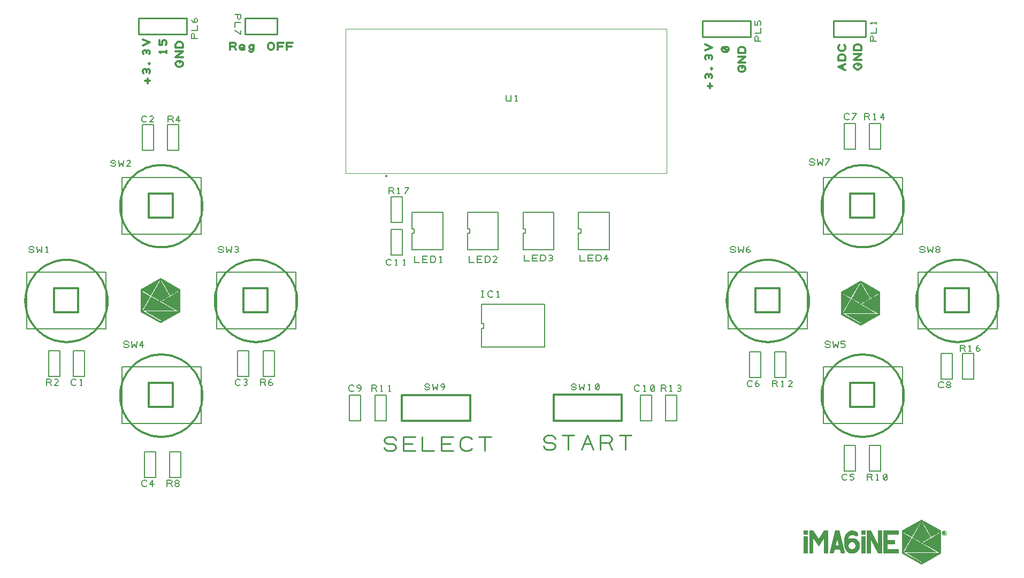
<source format=gbr>
G04 EasyPC Gerber Version 21.0.3 Build 4286 *
G04 #@! TF.Part,Single*
G04 #@! TF.FileFunction,Legend,Top *
G04 #@! TF.FilePolarity,Positive *
%FSLAX35Y35*%
%MOIN*%
%ADD23C,0.00197*%
%ADD18C,0.00394*%
%ADD16C,0.00500*%
%ADD19C,0.00787*%
%ADD71C,0.01000*%
%ADD21C,0.01063*%
%ADD22C,0.01181*%
%ADD70C,0.01200*%
X0Y0D02*
D02*
D16*
X74861Y252750D02*
X124221D01*
Y217435*
X74861*
Y252750*
X76111Y265868D02*
X76424Y265243D01*
X77048Y264930*
X78298*
X78924Y265243*
X79236Y265868*
X78924Y266493*
X78298Y266806*
X77048*
X76424Y267118*
X76111Y267743*
X76424Y268368*
X77048Y268680*
X78298*
X78924Y268368*
X79236Y267743*
X81111Y268680D02*
X81424Y264930D01*
X82674Y266806*
X83924Y264930*
X84236Y268680*
X86736Y264930D02*
X87986D01*
X87361D02*
Y268680D01*
X86736Y268056*
X86982Y182160D02*
Y185910D01*
X89170*
X89795Y185598*
X90107Y184972*
X89795Y184348*
X89170Y184035*
X86982*
X89170D02*
X90107Y182160D01*
X94482D02*
X91982D01*
X94170Y184348*
X94482Y184972*
X94170Y185598*
X93545Y185910*
X92607*
X91982Y185598*
X88482Y203722D02*
Y187722D01*
X95482*
Y203722*
X88482*
X105462Y182785D02*
X105149Y182472D01*
X104524Y182160*
X103587*
X102962Y182472*
X102649Y182785*
X102337Y183410*
Y184660*
X102649Y185285*
X102962Y185598*
X103587Y185910*
X104524*
X105149Y185598*
X105462Y185285*
X107962Y182160D02*
X109212D01*
X108587D02*
Y185910D01*
X107962Y185285*
X103837Y203722D02*
Y187722D01*
X110837*
Y203722*
X103837*
X127022Y319645D02*
X127334Y319020D01*
X127959Y318707*
X129209*
X129834Y319020*
X130147Y319645*
X129834Y320270*
X129209Y320582*
X127959*
X127334Y320895*
X127022Y321520*
X127334Y322145*
X127959Y322457*
X129209*
X129834Y322145*
X130147Y321520*
X132022Y322457D02*
X132334Y318707D01*
X133584Y320582*
X134834Y318707*
X135147Y322457*
X139522Y318707D02*
X137022D01*
X139209Y320895*
X139522Y321520*
X139209Y322145*
X138584Y322457*
X137647*
X137022Y322145*
X133917Y193695D02*
X183276D01*
Y158380*
X133917*
Y193695*
Y311805D02*
X183276D01*
Y276490*
X133917*
Y311805*
X135166Y206813D02*
X135479Y206188D01*
X136104Y205875*
X137354*
X137979Y206188*
X138291Y206813*
X137979Y207438*
X137354Y207750*
X136104*
X135479Y208063*
X135166Y208688*
X135479Y209313*
X136104Y209625*
X137354*
X137979Y209313*
X138291Y208688*
X140166Y209625D02*
X140479Y205875D01*
X141729Y207750*
X142979Y205875*
X143291Y209625*
X146729Y205875D02*
Y209625D01*
X145166Y207125*
X147666*
X149438Y346891D02*
X149126Y346579D01*
X148500Y346266*
X147563*
X146938Y346579*
X146626Y346891*
X146313Y347516*
Y348766*
X146626Y349391*
X146938Y349704*
X147563Y350016*
X148500*
X149126Y349704*
X149438Y349391*
X153813Y346266D02*
X151313D01*
X153500Y348454*
X153813Y349079*
X153500Y349704*
X152876Y350016*
X151938*
X151313Y349704*
X149556Y119793D02*
X149244Y119480D01*
X148619Y119168*
X147681*
X147056Y119480*
X146744Y119793*
X146431Y120418*
Y121668*
X146744Y122293*
X147056Y122606*
X147681Y122918*
X148619*
X149244Y122606*
X149556Y122293*
X152994Y119168D02*
Y122918D01*
X151431Y120418*
X153931*
X147931Y140730D02*
Y124730D01*
X154931*
Y140730*
X147931*
X153750Y328667D02*
Y344667D01*
X146750*
Y328667*
X153750*
X159699Y239780D02*
Y236968D01*
X160011Y236343*
X160636Y236030*
X161886*
X162511Y236343*
X162824Y236968*
Y239780*
X167199Y236030D02*
X164699D01*
X166886Y238218*
X167199Y238843*
X166886Y239468*
X166261Y239780*
X165324*
X164699Y239468*
X162179Y119168D02*
Y122918D01*
X164367*
X164992Y122606*
X165304Y121980*
X164992Y121356*
X164367Y121043*
X162179*
X164367D02*
X165304Y119168D01*
X168117Y121043D02*
X168742D01*
X169367Y121356*
X169679Y121980*
X169367Y122606*
X168742Y122918*
X168117*
X167492Y122606*
X167179Y121980*
X167492Y121356*
X168117Y121043*
X167492Y120730*
X167179Y120106*
X167492Y119480*
X168117Y119168*
X168742*
X169367Y119480*
X169679Y120106*
X169367Y120730*
X168742Y121043*
X162848Y346266D02*
Y350016D01*
X165036*
X165661Y349704*
X165974Y349079*
X165661Y348454*
X165036Y348141*
X162848*
X165036D02*
X165974Y346266D01*
X169411D02*
Y350016D01*
X167848Y347516*
X170348*
X163679Y140730D02*
Y124730D01*
X170679*
Y140730*
X163679*
X169498Y328667D02*
Y344667D01*
X162498*
Y328667*
X169498*
X181025Y398459D02*
X177275D01*
Y400646*
X177587Y401271*
X178213Y401584*
X178837Y401271*
X179150Y400646*
Y398459*
X177275Y403459D02*
X181025D01*
Y406584*
X180087Y408459D02*
X179463Y408771D01*
X179150Y409396*
Y410021*
X179463Y410646*
X180087Y410959*
X180713Y410646*
X181025Y410021*
Y409396*
X180713Y408771*
X180087Y408459*
X179150*
X178213Y408771*
X177587Y409396*
X177275Y410021*
X192972Y252750D02*
X242331D01*
Y217435*
X192972*
Y252750*
X194221Y265868D02*
X194534Y265243D01*
X195159Y264930*
X196409*
X197034Y265243*
X197346Y265868*
X197034Y266493*
X196409Y266806*
X195159*
X194534Y267118*
X194221Y267743*
X194534Y268368*
X195159Y268680*
X196409*
X197034Y268368*
X197346Y267743*
X199221Y268680D02*
X199534Y264930D01*
X200784Y266806*
X202034Y264930*
X202346Y268680*
X204534Y265243D02*
X205159Y264930D01*
X205784*
X206409Y265243*
X206721Y265868*
X206409Y266493*
X205784Y266806*
X205159*
X205784D02*
X206409Y267118D01*
X206721Y267743*
X206409Y268368*
X205784Y268680*
X205159*
X204534Y268368*
X204278Y413459D02*
X208028D01*
Y411271*
X207716Y410646*
X207091Y410333*
X206466Y410646*
X206153Y411271*
Y413459*
X208028Y408459D02*
X204278D01*
Y405333*
Y403459D02*
X208028Y400959D01*
Y403459*
X207824Y182785D02*
X207511Y182472D01*
X206886Y182160*
X205949*
X205324Y182472*
X205011Y182785*
X204699Y183410*
Y184660*
X205011Y185285*
X205324Y185598*
X205949Y185910*
X206886*
X207511Y185598*
X207824Y185285*
X210011Y182472D02*
X210636Y182160D01*
X211261*
X211886Y182472*
X212199Y183098*
X211886Y183722*
X211261Y184035*
X210636*
X211261D02*
X211886Y184348D01*
X212199Y184972*
X211886Y185598*
X211261Y185910*
X210636*
X210011Y185598*
X206199Y203722D02*
Y187722D01*
X213199*
Y203722*
X206199*
X220447Y182160D02*
Y185910D01*
X222634*
X223259Y185598*
X223572Y184972*
X223259Y184348*
X222634Y184035*
X220447*
X222634D02*
X223572Y182160D01*
X225447Y183098D02*
X225759Y183722D01*
X226384Y184035*
X227009*
X227634Y183722*
X227947Y183098*
X227634Y182472*
X227009Y182160*
X226384*
X225759Y182472*
X225447Y183098*
Y184035*
X225759Y184972*
X226384Y185598*
X227009Y185910*
X221947Y203722D02*
Y187722D01*
X228947*
Y203722*
X221947*
X278572Y179175D02*
X278259Y178862D01*
X277634Y178550*
X276697*
X276072Y178862*
X275759Y179175*
X275447Y179800*
Y181050*
X275759Y181675*
X276072Y181987*
X276697Y182300*
X277634*
X278259Y181987*
X278572Y181675*
X281384Y178550D02*
X282009Y178862D01*
X282634Y179487*
X282947Y180425*
Y181362*
X282634Y181987*
X282009Y182300*
X281384*
X280759Y181987*
X280447Y181362*
X280759Y180737*
X281384Y180425*
X282009*
X282634Y180737*
X282947Y181362*
X282884Y160163D02*
Y176163D01*
X275884*
Y160163*
X282884*
X289620Y178550D02*
Y182300D01*
X291807*
X292433Y181987*
X292745Y181362*
X292433Y180737*
X291807Y180425*
X289620*
X291807D02*
X292745Y178550D01*
X295245D02*
X296495D01*
X295870D02*
Y182300D01*
X295245Y181675*
X300245Y178550D02*
X301495D01*
X300870D02*
Y182300D01*
X300245Y181675*
X298632Y160163D02*
Y176163D01*
X291632*
Y160163*
X298632*
X301800Y257718D02*
X301488Y257406D01*
X300863Y257093*
X299925*
X299300Y257406*
X298988Y257718*
X298675Y258343*
Y259593*
X298988Y260218*
X299300Y260531*
X299925Y260843*
X300863*
X301488Y260531*
X301800Y260218*
X304300Y257093D02*
X305550D01*
X304925D02*
Y260843D01*
X304300Y260218*
X309300Y257093D02*
X310550D01*
X309925D02*
Y260843D01*
X309300Y260218*
X300250Y301581D02*
Y305331D01*
X302437*
X303063Y305019*
X303375Y304394*
X303063Y303769*
X302437Y303456*
X300250*
X302437D02*
X303375Y301581D01*
X305875D02*
X307125D01*
X306500D02*
Y305331D01*
X305875Y304706*
X310250Y301581D02*
X312750Y305331D01*
X310250*
X308868Y263313D02*
Y279313D01*
X301868*
Y263313*
X308868*
Y283785D02*
Y299785D01*
X301868*
Y283785*
X308868*
X314620Y290014D02*
X333911D01*
Y266785*
X314620*
Y276923*
X316096*
Y279876*
X314620*
Y290014*
X316392Y262615D02*
Y258865D01*
X319517*
X321392D02*
Y262615D01*
X324517*
X323892Y260740D02*
X321392D01*
Y258865D02*
X324517D01*
X326392D02*
Y262615D01*
X328267*
X328892Y262302*
X329204Y261990*
X329517Y261365*
Y260115*
X329204Y259490*
X328892Y259177*
X328267Y258865*
X326392*
X332017D02*
X333267D01*
X332642D02*
Y262615D01*
X332017Y261990*
X322691Y180275D02*
X323004Y179650D01*
X323628Y179337*
X324878*
X325504Y179650*
X325816Y180275*
X325504Y180900*
X324878Y181212*
X323628*
X323004Y181525*
X322691Y182150*
X323004Y182775*
X323628Y183087*
X324878*
X325504Y182775*
X325816Y182150*
X327691Y183087D02*
X328004Y179337D01*
X329254Y181212*
X330504Y179337*
X330816Y183087*
X333628Y179337D02*
X334254Y179650D01*
X334878Y180275*
X335191Y181212*
Y182150*
X334878Y182775*
X334254Y183087*
X333628*
X333004Y182775*
X332691Y182150*
X333004Y181525*
X333628Y181212*
X334254*
X334878Y181525*
X335191Y182150*
X349266Y290014D02*
X368557D01*
Y266785*
X349266*
Y276923*
X350742*
Y279876*
X349266*
Y290014*
X350250Y262615D02*
Y258865D01*
X353375*
X355250D02*
Y262615D01*
X358375*
X357750Y260740D02*
X355250D01*
Y258865D02*
X358375D01*
X360250D02*
Y262615D01*
X362125*
X362750Y262302*
X363063Y261990*
X363375Y261365*
Y260115*
X363063Y259490*
X362750Y259177*
X362125Y258865*
X360250*
X367750D02*
X365250D01*
X367437Y261052*
X367750Y261677*
X367437Y262302*
X366813Y262615*
X365875*
X365250Y262302*
X357998Y237152D02*
X359248D01*
X358624D02*
Y240902D01*
X357998D02*
X359248D01*
X365186Y237777D02*
X364874Y237465D01*
X364248Y237152*
X363311*
X362686Y237465*
X362374Y237777*
X362061Y238402*
Y239652*
X362374Y240277*
X362686Y240590*
X363311Y240902*
X364248*
X364874Y240590*
X365186Y240277*
X367686Y237152D02*
X368936D01*
X368311D02*
Y240902D01*
X367686Y240277*
X358045Y232730D02*
X397573D01*
Y205959*
X358045*
Y217868*
X359522*
Y220821*
X358045*
Y232730*
X373439Y362989D02*
Y360176D01*
X373752Y359551*
X374376Y359239*
X375626*
X376252Y359551*
X376564Y360176*
Y362989*
X379064Y359239D02*
X380314D01*
X379689D02*
Y362989D01*
X379064Y362364*
X383911Y290014D02*
X403203D01*
Y266785*
X383911*
Y276923*
X385388*
Y279876*
X383911*
Y290014*
X384896Y263402D02*
Y259652D01*
X388021*
X389896D02*
Y263402D01*
X393021*
X392396Y261527D02*
X389896D01*
Y259652D02*
X393021D01*
X394896D02*
Y263402D01*
X396771*
X397396Y263090*
X397708Y262777*
X398021Y262152*
Y260902*
X397708Y260277*
X397396Y259965*
X396771Y259652*
X394896*
X400208Y259965D02*
X400833Y259652D01*
X401458*
X402083Y259965*
X402396Y260590*
X402083Y261215*
X401458Y261527*
X400833*
X401458D02*
X402083Y261840D01*
X402396Y262465*
X402083Y263090*
X401458Y263402*
X400833*
X400208Y263090*
X414030Y180275D02*
X414342Y179650D01*
X414967Y179337*
X416217*
X416842Y179650*
X417155Y180275*
X416842Y180900*
X416217Y181212*
X414967*
X414342Y181525*
X414030Y182150*
X414342Y182775*
X414967Y183087*
X416217*
X416842Y182775*
X417155Y182150*
X419030Y183087D02*
X419342Y179337D01*
X420592Y181212*
X421842Y179337*
X422155Y183087*
X424655Y179337D02*
X425905D01*
X425280D02*
Y183087D01*
X424655Y182462*
X429342Y179650D02*
X429967Y179337D01*
X430592*
X431217Y179650*
X431530Y180275*
Y182150*
X431217Y182775*
X430592Y183087*
X429967*
X429342Y182775*
X429030Y182150*
Y180275*
X429342Y179650*
X431217Y182775*
X418557Y290014D02*
X437848D01*
Y266785*
X418557*
Y276923*
X420033*
Y279876*
X418557*
Y290014*
X419541Y263402D02*
Y259652D01*
X422667*
X424541D02*
Y263402D01*
X427667*
X427041Y261527D02*
X424541D01*
Y259652D02*
X427667D01*
X429541D02*
Y263402D01*
X431417*
X432041Y263090*
X432354Y262777*
X432667Y262152*
Y260902*
X432354Y260277*
X432041Y259965*
X431417Y259652*
X429541*
X436104D02*
Y263402D01*
X434541Y260902*
X437041*
X456525Y179175D02*
X456212Y178862D01*
X455587Y178550*
X454650*
X454025Y178862*
X453712Y179175*
X453400Y179800*
Y181050*
X453712Y181675*
X454025Y181987*
X454650Y182300*
X455587*
X456212Y181987*
X456525Y181675*
X459025Y178550D02*
X460275D01*
X459650D02*
Y182300D01*
X459025Y181675*
X463712Y178862D02*
X464337Y178550D01*
X464962*
X465587Y178862*
X465900Y179487*
Y181362*
X465587Y181987*
X464962Y182300*
X464337*
X463712Y181987*
X463400Y181362*
Y179487*
X463712Y178862*
X465587Y181987*
X463986Y160163D02*
Y176163D01*
X456986*
Y160163*
X463986*
X469935Y178550D02*
Y182300D01*
X472122*
X472748Y181987*
X473060Y181362*
X472748Y180737*
X472122Y180425*
X469935*
X472122D02*
X473060Y178550D01*
X475560D02*
X476810D01*
X476185D02*
Y182300D01*
X475560Y181675*
X480248Y178862D02*
X480872Y178550D01*
X481498*
X482122Y178862*
X482435Y179487*
X482122Y180112*
X481498Y180425*
X480872*
X481498D02*
X482122Y180737D01*
X482435Y181362*
X482122Y181987*
X481498Y182300*
X480872*
X480248Y181987*
X479734Y160163D02*
Y176163D01*
X472734*
Y160163*
X479734*
X511869Y252750D02*
X561229D01*
Y217435*
X511869*
Y252750*
X513119Y265868D02*
X513431Y265243D01*
X514056Y264930*
X515306*
X515931Y265243*
X516244Y265868*
X515931Y266493*
X515306Y266806*
X514056*
X513431Y267118*
X513119Y267743*
X513431Y268368*
X514056Y268680*
X515306*
X515931Y268368*
X516244Y267743*
X518119Y268680D02*
X518431Y264930D01*
X519681Y266806*
X520931Y264930*
X521244Y268680*
X523119Y265868D02*
X523431Y266493D01*
X524056Y266806*
X524681*
X525306Y266493*
X525619Y265868*
X525306Y265243*
X524681Y264930*
X524056*
X523431Y265243*
X523119Y265868*
Y266806*
X523431Y267743*
X524056Y268368*
X524681Y268680*
X526722Y181998D02*
X526409Y181685D01*
X525784Y181372*
X524846*
X524222Y181685*
X523909Y181998*
X523596Y182622*
Y183872*
X523909Y184498*
X524222Y184810*
X524846Y185122*
X525784*
X526409Y184810*
X526722Y184498*
X528596Y182310D02*
X528909Y182935D01*
X529534Y183248*
X530159*
X530784Y182935*
X531096Y182310*
X530784Y181685*
X530159Y181372*
X529534*
X528909Y181685*
X528596Y182310*
Y183248*
X528909Y184185*
X529534Y184810*
X530159Y185122*
X525096Y202935D02*
Y186935D01*
X532096*
Y202935*
X525096*
X532206Y396884D02*
X528456D01*
Y399071*
X528769Y399696*
X529394Y400009*
X530019Y399696*
X530331Y399071*
Y396884*
X528456Y401884D02*
X532206D01*
Y405009*
X531894Y406884D02*
X532206Y407509D01*
Y408446*
X531894Y409071*
X531269Y409384*
X530956*
X530331Y409071*
X530019Y408446*
Y406884*
X528456*
Y409384*
X539344Y181372D02*
Y185122D01*
X541532*
X542157Y184810*
X542470Y184185*
X542157Y183560*
X541532Y183248*
X539344*
X541532D02*
X542470Y181372D01*
X544970D02*
X546220D01*
X545594D02*
Y185122D01*
X544970Y184498*
X551844Y181372D02*
X549344D01*
X551532Y183560*
X551844Y184185*
X551532Y184810*
X550907Y185122*
X549970*
X549344Y184810*
X540844Y202935D02*
Y186935D01*
X547844*
Y202935*
X540844*
X562455Y320432D02*
X562767Y319807D01*
X563392Y319494*
X564642*
X565267Y319807*
X565580Y320432*
X565267Y321057*
X564642Y321370*
X563392*
X562767Y321682*
X562455Y322307*
X562767Y322932*
X563392Y323244*
X564642*
X565267Y322932*
X565580Y322307*
X567455Y323244D02*
X567767Y319494D01*
X569017Y321370*
X570267Y319494*
X570580Y323244*
X572455Y319494D02*
X574955Y323244D01*
X572455*
X570924Y193695D02*
X620284D01*
Y158380*
X570924*
Y193695*
Y311805D02*
X620284D01*
Y276490*
X570924*
Y311805*
X572174Y206813D02*
X572487Y206188D01*
X573111Y205875*
X574361*
X574987Y206188*
X575299Y206813*
X574987Y207438*
X574361Y207750*
X573111*
X572487Y208063*
X572174Y208688*
X572487Y209313*
X573111Y209625*
X574361*
X574987Y209313*
X575299Y208688*
X577174Y209625D02*
X577487Y205875D01*
X578737Y207750*
X579987Y205875*
X580299Y209625*
X582174Y206188D02*
X582799Y205875D01*
X583737*
X584361Y206188*
X584674Y206813*
Y207125*
X584361Y207750*
X583737Y208063*
X582174*
Y209625*
X584674*
X585777Y123730D02*
X585464Y123417D01*
X584839Y123105*
X583902*
X583277Y123417*
X582964Y123730*
X582652Y124355*
Y125605*
X582964Y126230*
X583277Y126543*
X583902Y126855*
X584839*
X585464Y126543*
X585777Y126230*
X587652Y123417D02*
X588277Y123105D01*
X589214*
X589839Y123417*
X590152Y124043*
Y124355*
X589839Y124980*
X589214Y125293*
X587652*
Y126855*
X590152*
X587233Y348466D02*
X586921Y348154D01*
X586296Y347841*
X585358*
X584733Y348154*
X584421Y348466*
X584108Y349091*
Y350341*
X584421Y350966*
X584733Y351279*
X585358Y351591*
X586296*
X586921Y351279*
X587233Y350966*
X589108Y347841D02*
X591608Y351591D01*
X589108*
X584152Y144667D02*
Y128667D01*
X591152*
Y144667*
X584152*
X591152Y329455D02*
Y345455D01*
X584152*
Y329455*
X591152*
X595919Y238205D02*
Y235393D01*
X596232Y234768*
X596857Y234455*
X598107*
X598732Y234768*
X599044Y235393*
Y238205*
X602482Y234455D02*
Y238205D01*
X600919Y235705*
X603419*
X596707Y347841D02*
Y351591D01*
X598894*
X599519Y351279*
X599832Y350654*
X599519Y350029*
X598894Y349716*
X596707*
X598894D02*
X599832Y347841D01*
X602332D02*
X603582D01*
X602957D02*
Y351591D01*
X602332Y350966*
X608269Y347841D02*
Y351591D01*
X606707Y349091*
X609207*
X598400Y123105D02*
Y126855D01*
X600587*
X601212Y126543*
X601525Y125917*
X601212Y125293*
X600587Y124980*
X598400*
X600587D02*
X601525Y123105D01*
X604025D02*
X605275D01*
X604650D02*
Y126855D01*
X604025Y126230*
X608712Y123417D02*
X609337Y123105D01*
X609962*
X610587Y123417*
X610900Y124043*
Y125917*
X610587Y126543*
X609962Y126855*
X609337*
X608712Y126543*
X608400Y125917*
Y124043*
X608712Y123417*
X610587Y126543*
X599900Y144667D02*
Y128667D01*
X606900*
Y144667*
X599900*
X604096Y396884D02*
X600346D01*
Y399071*
X600658Y399696*
X601283Y400009*
X601908Y399696*
X602221Y399071*
Y396884*
X600346Y401884D02*
X604096D01*
Y405009*
Y407509D02*
Y408759D01*
Y408134D02*
X600346D01*
X600971Y407509*
X606900Y329455D02*
Y345455D01*
X599900*
Y329455*
X606900*
X629980Y252750D02*
X679339D01*
Y217435*
X629980*
Y252750*
X631229Y265868D02*
X631542Y265243D01*
X632167Y264930*
X633417*
X634042Y265243*
X634354Y265868*
X634042Y266493*
X633417Y266806*
X632167*
X631542Y267118*
X631229Y267743*
X631542Y268368*
X632167Y268680*
X633417*
X634042Y268368*
X634354Y267743*
X636229Y268680D02*
X636542Y264930D01*
X637792Y266806*
X639042Y264930*
X639354Y268680*
X642167Y266806D02*
X642792D01*
X643417Y267118*
X643729Y267743*
X643417Y268368*
X642792Y268680*
X642167*
X641542Y268368*
X641229Y267743*
X641542Y267118*
X642167Y266806*
X641542Y266493*
X641229Y265868*
X641542Y265243*
X642167Y264930*
X642792*
X643417Y265243*
X643729Y265868*
X643417Y266493*
X642792Y266806*
X646013Y181210D02*
X645700Y180898D01*
X645075Y180585*
X644138*
X643513Y180898*
X643200Y181210*
X642888Y181835*
Y183085*
X643200Y183710*
X643513Y184023*
X644138Y184335*
X645075*
X645700Y184023*
X646013Y183710*
X648825Y182460D02*
X649450D01*
X650075Y182773*
X650388Y183398*
X650075Y184023*
X649450Y184335*
X648825*
X648200Y184023*
X647888Y183398*
X648200Y182773*
X648825Y182460*
X648200Y182148*
X647888Y181523*
X648200Y180898*
X648825Y180585*
X649450*
X650075Y180898*
X650388Y181523*
X650075Y182148*
X649450Y182460*
X644388Y202148D02*
Y186148D01*
X651388*
Y202148*
X644388*
X656274Y203420D02*
Y207170D01*
X658461*
X659086Y206857*
X659399Y206232*
X659086Y205607*
X658461Y205295*
X656274*
X658461D02*
X659399Y203420D01*
X661899D02*
X663149D01*
X662524D02*
Y207170D01*
X661899Y206545*
X666274Y204357D02*
X666586Y204982D01*
X667211Y205295*
X667836*
X668461Y204982*
X668774Y204357*
X668461Y203732*
X667836Y203420*
X667211*
X666586Y203732*
X666274Y204357*
Y205295*
X666586Y206232*
X667211Y206857*
X667836Y207170*
X657774Y202148D02*
Y186148D01*
X664774*
Y202148*
X657774*
D02*
D18*
X273439Y404344D02*
X473439D01*
Y314344*
X273439*
Y404344*
D02*
D19*
X298281Y312652D02*
X299069*
X299056Y312550D01*
X299016Y312455*
X298954Y312373*
X298872Y312311*
X298777Y312271*
X298675Y312258*
X298573Y312271*
X298478Y312311*
X298397Y312373*
X298334Y312455*
X298295Y312550*
X298281Y312652*
X299069D02*
X299056Y312754D01*
X299016Y312848*
X298954Y312930*
X298872Y312993*
X298777Y313032*
X298675Y313045*
X298573Y313032*
X298478Y312993*
X298397Y312930*
X298334Y312848*
X298295Y312754*
X298281Y312652*
D02*
D70*
X91731Y227750D02*
X106731D01*
Y242750*
X91731*
Y227750*
X99481Y260397D02*
X98587Y260381D01*
X97694Y260335*
X96804Y260257*
X95916Y260148*
X95033Y260008*
X94156Y259837*
X93284Y259636*
X92420Y259405*
X91565Y259143*
X90720Y258852*
X89885Y258532*
X89062Y258183*
X88252Y257805*
X87455Y257399*
X86673Y256965*
X85907Y256505*
X85157Y256018*
X84424Y255505*
X83710Y254967*
X83015Y254404*
X82341Y253817*
X81687Y253207*
X81054Y252575*
X80444Y251921*
X79858Y251246*
X79295Y250552*
X78757Y249837*
X78244Y249105*
X77757Y248355*
X77296Y247589*
X76863Y246807*
X76457Y246010*
X76079Y245200*
X75730Y244376*
X75409Y243542*
X75119Y242696*
X74857Y241841*
X74626Y240978*
X74424Y240106*
X74254Y239229*
X74114Y238346*
X74005Y237458*
X73927Y236568*
X73880Y235675*
X73865Y234781*
X73880Y233887*
X73927Y232994*
X74005Y232103*
X74114Y231216*
X74254Y230333*
X74424Y229455*
X74626Y228584*
X74857Y227720*
X75119Y226865*
X75409Y226020*
X75730Y225185*
X76079Y224362*
X76457Y223552*
X76863Y222755*
X77296Y221973*
X77757Y221206*
X78244Y220456*
X78757Y219724*
X79295Y219010*
X79858Y218315*
X80444Y217640*
X81054Y216986*
X81687Y216354*
X82341Y215744*
X83015Y215157*
X83710Y214595*
X84424Y214057*
X85157Y213544*
X85907Y213057*
X86673Y212596*
X87455Y212163*
X88252Y211757*
X89062Y211379*
X89885Y211030*
X90720Y210709*
X91565Y210418*
X92420Y210157*
X93284Y209925*
X94156Y209724*
X95033Y209554*
X95916Y209414*
X96804Y209305*
X97694Y209227*
X98587Y209180*
X99481Y209163*
X100375Y209179*
X101268Y209226*
X102159Y209304*
X103046Y209413*
X103929Y209553*
X104807Y209723*
X105678Y209924*
X106542Y210156*
X107397Y210417*
X108242Y210708*
X109077Y211029*
X109900Y211378*
X110710Y211756*
X111507Y212162*
X112289Y212595*
X113056Y213056*
X113806Y213543*
X114538Y214056*
X115252Y214594*
X115947Y215157*
X116622Y215743*
X117276Y216353*
X117908Y216985*
X118518Y217639*
X119104Y218314*
X119667Y219009*
X120205Y219723*
X120718Y220456*
X121205Y221206*
X121666Y221972*
X122099Y222754*
X122505Y223551*
X122883Y224361*
X123232Y225184*
X123553Y226019*
X123844Y226864*
X124105Y227719*
X124337Y228583*
X124538Y229454*
X124708Y230332*
X124848Y231215*
X124957Y232102*
X125035Y232993*
X125082Y233886*
X125098Y234780*
X125082Y235674*
X125035Y236567*
X124957Y237457*
X124848Y238345*
X124708Y239228*
X124538Y240106*
X124337Y240977*
X124105Y241841*
X123844Y242696*
X123553Y243541*
X123232Y244376*
X122883Y245199*
X122505Y246009*
X122099Y246806*
X121666Y247588*
X121205Y248354*
X120718Y249104*
X120205Y249837*
X119667Y250551*
X119104Y251246*
X118518Y251920*
X117908Y252574*
X117276Y253207*
X116622Y253817*
X115947Y254403*
X115252Y254966*
X114538Y255504*
X113806Y256017*
X113056Y256504*
X112289Y256965*
X111507Y257398*
X110710Y257804*
X109900Y258182*
X109077Y258531*
X108242Y258852*
X107397Y259143*
X106542Y259404*
X105678Y259635*
X104807Y259837*
X103929Y260007*
X103046Y260147*
X102159Y260256*
X101268Y260334*
X100375Y260381*
X99481Y260397*
X150786Y168695D02*
X165786D01*
Y183695*
X150786*
Y168695*
Y286805D02*
X165786D01*
Y301805*
X150786*
Y286805*
X158536Y201342D02*
X157642Y201326D01*
X156749Y201280*
X155859Y201202*
X154971Y201093*
X154088Y200953*
X153211Y200782*
X152339Y200581*
X151476Y200350*
X150620Y200088*
X149775Y199797*
X148941Y199477*
X148117Y199128*
X147307Y198750*
X146510Y198344*
X145728Y197910*
X144962Y197450*
X144212Y196963*
X143480Y196450*
X142765Y195911*
X142070Y195349*
X141396Y194762*
X140742Y194152*
X140109Y193520*
X139500Y192866*
X138913Y192191*
X138350Y191496*
X137812Y190782*
X137299Y190050*
X136812Y189300*
X136352Y188533*
X135918Y187752*
X135512Y186955*
X135134Y186144*
X134785Y185321*
X134465Y184487*
X134174Y183641*
X133912Y182786*
X133681Y181922*
X133480Y181051*
X133309Y180174*
X133169Y179291*
X133060Y178403*
X132982Y177513*
X132935Y176620*
X132920Y175726*
X132935Y174831*
X132982Y173939*
X133060Y173048*
X133169Y172161*
X133309Y171278*
X133480Y170400*
X133681Y169529*
X133912Y168665*
X134174Y167810*
X134465Y166965*
X134785Y166130*
X135134Y165307*
X135512Y164496*
X135918Y163700*
X136352Y162918*
X136812Y162151*
X137299Y161401*
X137812Y160669*
X138350Y159955*
X138913Y159260*
X139500Y158585*
X140109Y157931*
X140742Y157299*
X141396Y156689*
X142070Y156102*
X142765Y155540*
X143480Y155002*
X144212Y154489*
X144962Y154002*
X145728Y153541*
X146510Y153107*
X147307Y152702*
X148117Y152324*
X148941Y151974*
X149775Y151654*
X150620Y151363*
X151476Y151102*
X152339Y150870*
X153211Y150669*
X154088Y150498*
X154971Y150359*
X155859Y150250*
X156749Y150172*
X157642Y150125*
X158536Y150108*
X159430Y150124*
X160323Y150171*
X161214Y150249*
X162101Y150358*
X162984Y150498*
X163862Y150668*
X164733Y150869*
X165597Y151101*
X166452Y151362*
X167297Y151653*
X168132Y151974*
X168955Y152323*
X169765Y152701*
X170562Y153107*
X171344Y153540*
X172111Y154001*
X172861Y154488*
X173593Y155001*
X174307Y155539*
X175002Y156102*
X175677Y156688*
X176331Y157298*
X176963Y157930*
X177573Y158584*
X178159Y159259*
X178722Y159954*
X179260Y160668*
X179773Y161400*
X180260Y162150*
X180721Y162917*
X181154Y163699*
X181560Y164496*
X181938Y165306*
X182287Y166129*
X182608Y166964*
X182899Y167809*
X183160Y168664*
X183392Y169528*
X183593Y170399*
X183763Y171277*
X183903Y172160*
X184012Y173047*
X184090Y173938*
X184137Y174831*
X184153Y175725*
X184137Y176619*
X184090Y177512*
X184012Y178402*
X183903Y179290*
X183763Y180173*
X183593Y181050*
X183392Y181922*
X183160Y182785*
X182899Y183641*
X182608Y184486*
X182287Y185320*
X181938Y186144*
X181560Y186954*
X181154Y187751*
X180721Y188533*
X180260Y189299*
X179773Y190049*
X179260Y190781*
X178722Y191496*
X178159Y192191*
X177573Y192865*
X176963Y193519*
X176331Y194152*
X175677Y194761*
X175002Y195348*
X174307Y195911*
X173593Y196449*
X172861Y196962*
X172111Y197449*
X171344Y197909*
X170562Y198343*
X169765Y198749*
X168955Y199127*
X168132Y199476*
X167297Y199796*
X166452Y200087*
X165597Y200349*
X164733Y200580*
X163862Y200781*
X162984Y200952*
X162101Y201092*
X161214Y201201*
X160323Y201279*
X159430Y201326*
X158536Y201342*
Y319452D02*
X157642Y319437D01*
X156749Y319390*
X155859Y319312*
X154971Y319203*
X154088Y319063*
X153211Y318893*
X152339Y318691*
X151476Y318460*
X150620Y318198*
X149775Y317907*
X148941Y317587*
X148117Y317238*
X147307Y316860*
X146510Y316454*
X145728Y316020*
X144962Y315560*
X144212Y315073*
X143480Y314560*
X142765Y314022*
X142070Y313459*
X141396Y312872*
X140742Y312263*
X140109Y311630*
X139500Y310976*
X138913Y310302*
X138350Y309607*
X137812Y308893*
X137299Y308160*
X136812Y307410*
X136352Y306644*
X135918Y305862*
X135512Y305065*
X135134Y304255*
X134785Y303431*
X134465Y302597*
X134174Y301752*
X133912Y300896*
X133681Y300033*
X133480Y299161*
X133309Y298284*
X133169Y297401*
X133060Y296513*
X132982Y295623*
X132935Y294730*
X132920Y293836*
X132935Y292942*
X132982Y292049*
X133060Y291158*
X133169Y290271*
X133309Y289388*
X133480Y288510*
X133681Y287639*
X133912Y286775*
X134174Y285920*
X134465Y285075*
X134785Y284240*
X135134Y283417*
X135512Y282607*
X135918Y281810*
X136352Y281028*
X136812Y280261*
X137299Y279511*
X137812Y278779*
X138350Y278065*
X138913Y277370*
X139500Y276695*
X140109Y276041*
X140742Y275409*
X141396Y274799*
X142070Y274213*
X142765Y273650*
X143480Y273112*
X144212Y272599*
X144962Y272112*
X145728Y271651*
X146510Y271218*
X147307Y270812*
X148117Y270434*
X148941Y270085*
X149775Y269764*
X150620Y269473*
X151476Y269212*
X152339Y268980*
X153211Y268779*
X154088Y268609*
X154971Y268469*
X155859Y268360*
X156749Y268282*
X157642Y268235*
X158536Y268219*
X159430Y268234*
X160323Y268281*
X161214Y268359*
X162101Y268468*
X162984Y268608*
X163862Y268778*
X164733Y268980*
X165597Y269211*
X166452Y269472*
X167297Y269763*
X168132Y270084*
X168955Y270433*
X169765Y270811*
X170562Y271217*
X171344Y271650*
X172111Y272111*
X172861Y272598*
X173593Y273111*
X174307Y273649*
X175002Y274212*
X175677Y274798*
X176331Y275408*
X176963Y276041*
X177573Y276694*
X178159Y277369*
X178722Y278064*
X179260Y278778*
X179773Y279511*
X180260Y280261*
X180721Y281027*
X181154Y281809*
X181560Y282606*
X181938Y283416*
X182287Y284239*
X182608Y285074*
X182899Y285919*
X183160Y286774*
X183392Y287638*
X183593Y288509*
X183763Y289387*
X183903Y290270*
X184012Y291157*
X184090Y292048*
X184137Y292941*
X184153Y293835*
X184137Y294729*
X184090Y295622*
X184012Y296513*
X183903Y297400*
X183763Y298283*
X183593Y299161*
X183392Y300032*
X183160Y300896*
X182899Y301751*
X182608Y302596*
X182287Y303431*
X181938Y304254*
X181560Y305064*
X181154Y305861*
X180721Y306643*
X180260Y307409*
X179773Y308159*
X179260Y308892*
X178722Y309606*
X178159Y310301*
X177573Y310976*
X176963Y311630*
X176331Y312262*
X175677Y312872*
X175002Y313458*
X174307Y314021*
X173593Y314559*
X172861Y315072*
X172111Y315559*
X171344Y316020*
X170562Y316453*
X169765Y316859*
X168955Y317237*
X168132Y317586*
X167297Y317907*
X166452Y318198*
X165597Y318459*
X164733Y318691*
X163862Y318892*
X162984Y319062*
X162101Y319202*
X161214Y319311*
X160323Y319389*
X159430Y319436*
X158536Y319452*
X209841Y227750D02*
X224841D01*
Y242750*
X209841*
Y227750*
X217591Y260397D02*
X216697Y260381D01*
X215804Y260335*
X214914Y260257*
X214026Y260148*
X213143Y260008*
X212266Y259837*
X211394Y259636*
X210531Y259405*
X209676Y259143*
X208830Y258852*
X207996Y258532*
X207172Y258183*
X206362Y257805*
X205565Y257399*
X204783Y256965*
X204017Y256505*
X203267Y256018*
X202535Y255505*
X201820Y254967*
X201126Y254404*
X200451Y253817*
X199797Y253207*
X199165Y252575*
X198555Y251921*
X197968Y251246*
X197406Y250552*
X196867Y249837*
X196354Y249105*
X195867Y248355*
X195407Y247589*
X194973Y246807*
X194567Y246010*
X194189Y245200*
X193840Y244376*
X193520Y243542*
X193229Y242696*
X192967Y241841*
X192736Y240978*
X192535Y240106*
X192364Y239229*
X192224Y238346*
X192115Y237458*
X192037Y236568*
X191991Y235675*
X191975Y234781*
X191991Y233887*
X192037Y232994*
X192115Y232103*
X192224Y231216*
X192364Y230333*
X192535Y229455*
X192736Y228584*
X192967Y227720*
X193229Y226865*
X193520Y226020*
X193840Y225185*
X194189Y224362*
X194567Y223552*
X194973Y222755*
X195407Y221973*
X195867Y221206*
X196354Y220456*
X196867Y219724*
X197406Y219010*
X197968Y218315*
X198555Y217640*
X199165Y216986*
X199797Y216354*
X200451Y215744*
X201126Y215157*
X201820Y214595*
X202535Y214057*
X203267Y213544*
X204017Y213057*
X204783Y212596*
X205565Y212163*
X206362Y211757*
X207172Y211379*
X207996Y211030*
X208830Y210709*
X209676Y210418*
X210531Y210157*
X211394Y209925*
X212266Y209724*
X213143Y209554*
X214026Y209414*
X214914Y209305*
X215804Y209227*
X216697Y209180*
X217591Y209163*
X218485Y209179*
X219378Y209226*
X220269Y209304*
X221156Y209413*
X222039Y209553*
X222917Y209723*
X223788Y209924*
X224652Y210156*
X225507Y210417*
X226352Y210708*
X227187Y211029*
X228010Y211378*
X228820Y211756*
X229617Y212162*
X230399Y212595*
X231166Y213056*
X231916Y213543*
X232648Y214056*
X233362Y214594*
X234057Y215157*
X234732Y215743*
X235386Y216353*
X236018Y216985*
X236628Y217639*
X237215Y218314*
X237777Y219009*
X238315Y219723*
X238828Y220456*
X239315Y221206*
X239776Y221972*
X240209Y222754*
X240615Y223551*
X240993Y224361*
X241343Y225184*
X241663Y226019*
X241954Y226864*
X242215Y227719*
X242447Y228583*
X242648Y229454*
X242819Y230332*
X242958Y231215*
X243067Y232102*
X243145Y232993*
X243192Y233886*
X243208Y234780*
X243192Y235674*
X243145Y236567*
X243067Y237457*
X242958Y238345*
X242819Y239228*
X242648Y240106*
X242447Y240977*
X242215Y241841*
X241954Y242696*
X241663Y243541*
X241343Y244376*
X240993Y245199*
X240615Y246009*
X240209Y246806*
X239776Y247588*
X239315Y248354*
X238828Y249104*
X238315Y249837*
X237777Y250551*
X237215Y251246*
X236628Y251920*
X236018Y252574*
X235386Y253207*
X234732Y253817*
X234057Y254403*
X233362Y254966*
X232648Y255504*
X231916Y256017*
X231166Y256504*
X230399Y256965*
X229617Y257398*
X228820Y257804*
X228010Y258182*
X227187Y258531*
X226352Y258852*
X225507Y259143*
X224652Y259404*
X223788Y259635*
X222917Y259837*
X222039Y260007*
X221156Y260147*
X220269Y260256*
X219378Y260334*
X218485Y260381*
X217591Y260397*
X308482Y159913D02*
X350982D01*
Y176163*
X308482*
Y159913*
X445561Y176413D02*
X403061D01*
Y160163*
X445561*
Y176413*
X528739Y227750D02*
X543739D01*
Y242750*
X528739*
Y227750*
X536489Y260397D02*
X535595Y260381D01*
X534702Y260335*
X533811Y260257*
X532924Y260148*
X532041Y260008*
X531163Y259837*
X530292Y259636*
X529428Y259405*
X528573Y259143*
X527728Y258852*
X526893Y258532*
X526070Y258183*
X525260Y257805*
X524463Y257399*
X523681Y256965*
X522915Y256505*
X522165Y256018*
X521432Y255505*
X520718Y254967*
X520023Y254404*
X519348Y253817*
X518694Y253207*
X518062Y252575*
X517452Y251921*
X516866Y251246*
X516303Y250552*
X515765Y249837*
X515252Y249105*
X514765Y248355*
X514304Y247589*
X513871Y246807*
X513465Y246010*
X513087Y245200*
X512738Y244376*
X512417Y243542*
X512126Y242696*
X511865Y241841*
X511633Y240978*
X511432Y240106*
X511262Y239229*
X511122Y238346*
X511013Y237458*
X510935Y236568*
X510888Y235675*
X510872Y234781*
X510888Y233887*
X510935Y232994*
X511013Y232103*
X511122Y231216*
X511262Y230333*
X511432Y229455*
X511633Y228584*
X511865Y227720*
X512126Y226865*
X512417Y226020*
X512738Y225185*
X513087Y224362*
X513465Y223552*
X513871Y222755*
X514304Y221973*
X514765Y221206*
X515252Y220456*
X515765Y219724*
X516303Y219010*
X516866Y218315*
X517452Y217640*
X518062Y216986*
X518694Y216354*
X519348Y215744*
X520023Y215157*
X520718Y214595*
X521432Y214057*
X522165Y213544*
X522915Y213057*
X523681Y212596*
X524463Y212163*
X525260Y211757*
X526070Y211379*
X526893Y211030*
X527728Y210709*
X528573Y210418*
X529428Y210157*
X530292Y209925*
X531163Y209724*
X532041Y209554*
X532924Y209414*
X533811Y209305*
X534702Y209227*
X535595Y209180*
X536489Y209163*
X537383Y209179*
X538276Y209226*
X539167Y209304*
X540054Y209413*
X540937Y209553*
X541815Y209723*
X542686Y209924*
X543550Y210156*
X544405Y210417*
X545250Y210708*
X546085Y211029*
X546908Y211378*
X547718Y211756*
X548515Y212162*
X549297Y212595*
X550063Y213056*
X550813Y213543*
X551546Y214056*
X552260Y214594*
X552955Y215157*
X553630Y215743*
X554283Y216353*
X554916Y216985*
X555526Y217639*
X556112Y218314*
X556675Y219009*
X557213Y219723*
X557726Y220456*
X558213Y221206*
X558674Y221972*
X559107Y222754*
X559513Y223551*
X559891Y224361*
X560240Y225184*
X560561Y226019*
X560852Y226864*
X561113Y227719*
X561344Y228583*
X561546Y229454*
X561716Y230332*
X561856Y231215*
X561965Y232102*
X562043Y232993*
X562090Y233886*
X562106Y234780*
X562090Y235674*
X562043Y236567*
X561965Y237457*
X561856Y238345*
X561716Y239228*
X561546Y240106*
X561344Y240977*
X561113Y241841*
X560852Y242696*
X560561Y243541*
X560240Y244376*
X559891Y245199*
X559513Y246009*
X559107Y246806*
X558674Y247588*
X558213Y248354*
X557726Y249104*
X557213Y249837*
X556675Y250551*
X556112Y251246*
X555526Y251920*
X554916Y252574*
X554283Y253207*
X553630Y253817*
X552955Y254403*
X552260Y254966*
X551546Y255504*
X550813Y256017*
X550063Y256504*
X549297Y256965*
X548515Y257398*
X547718Y257804*
X546908Y258182*
X546085Y258531*
X545250Y258852*
X544405Y259143*
X543550Y259404*
X542686Y259635*
X541815Y259837*
X540937Y260007*
X540054Y260147*
X539167Y260256*
X538276Y260334*
X537383Y260381*
X536489Y260397*
X587794Y168695D02*
X602794D01*
Y183695*
X587794*
Y168695*
Y286805D02*
X602794D01*
Y301805*
X587794*
Y286805*
X595544Y201342D02*
X594650Y201326D01*
X593757Y201280*
X592867Y201202*
X591979Y201093*
X591096Y200953*
X590219Y200782*
X589347Y200581*
X588483Y200350*
X587628Y200088*
X586783Y199797*
X585948Y199477*
X585125Y199128*
X584315Y198750*
X583518Y198344*
X582736Y197910*
X581970Y197450*
X581220Y196963*
X580487Y196450*
X579773Y195911*
X579078Y195349*
X578404Y194762*
X577750Y194152*
X577117Y193520*
X576507Y192866*
X575921Y192191*
X575358Y191496*
X574820Y190782*
X574307Y190050*
X573820Y189300*
X573359Y188533*
X572926Y187752*
X572520Y186955*
X572142Y186144*
X571793Y185321*
X571472Y184487*
X571181Y183641*
X570920Y182786*
X570689Y181922*
X570487Y181051*
X570317Y180174*
X570177Y179291*
X570068Y178403*
X569990Y177513*
X569943Y176620*
X569928Y175726*
X569943Y174831*
X569990Y173939*
X570068Y173048*
X570177Y172161*
X570317Y171278*
X570487Y170400*
X570689Y169529*
X570920Y168665*
X571181Y167810*
X571472Y166965*
X571793Y166130*
X572142Y165307*
X572520Y164496*
X572926Y163700*
X573359Y162918*
X573820Y162151*
X574307Y161401*
X574820Y160669*
X575358Y159955*
X575921Y159260*
X576507Y158585*
X577117Y157931*
X577750Y157299*
X578404Y156689*
X579078Y156102*
X579773Y155540*
X580487Y155002*
X581220Y154489*
X581970Y154002*
X582736Y153541*
X583518Y153107*
X584315Y152702*
X585125Y152324*
X585948Y151974*
X586783Y151654*
X587628Y151363*
X588483Y151102*
X589347Y150870*
X590219Y150669*
X591096Y150498*
X591979Y150359*
X592867Y150250*
X593757Y150172*
X594650Y150125*
X595544Y150108*
X596438Y150124*
X597331Y150171*
X598222Y150249*
X599109Y150358*
X599992Y150498*
X600870Y150668*
X601741Y150869*
X602605Y151101*
X603460Y151362*
X604305Y151653*
X605140Y151974*
X605963Y152323*
X606773Y152701*
X607570Y153107*
X608352Y153540*
X609119Y154001*
X609869Y154488*
X610601Y155001*
X611315Y155539*
X612010Y156102*
X612685Y156688*
X613339Y157298*
X613971Y157930*
X614581Y158584*
X615167Y159259*
X615730Y159954*
X616268Y160668*
X616781Y161400*
X617268Y162150*
X617729Y162917*
X618162Y163699*
X618568Y164496*
X618946Y165306*
X619295Y166129*
X619616Y166964*
X619907Y167809*
X620168Y168664*
X620400Y169528*
X620601Y170399*
X620771Y171277*
X620911Y172160*
X621020Y173047*
X621098Y173938*
X621145Y174831*
X621161Y175725*
X621145Y176619*
X621098Y177512*
X621020Y178402*
X620911Y179290*
X620771Y180173*
X620601Y181050*
X620400Y181922*
X620168Y182785*
X619907Y183641*
X619616Y184486*
X619295Y185320*
X618946Y186144*
X618568Y186954*
X618162Y187751*
X617729Y188533*
X617268Y189299*
X616781Y190049*
X616268Y190781*
X615730Y191496*
X615167Y192191*
X614581Y192865*
X613971Y193519*
X613339Y194152*
X612685Y194761*
X612010Y195348*
X611315Y195911*
X610601Y196449*
X609869Y196962*
X609119Y197449*
X608352Y197909*
X607570Y198343*
X606773Y198749*
X605963Y199127*
X605140Y199476*
X604305Y199796*
X603460Y200087*
X602605Y200349*
X601741Y200580*
X600870Y200781*
X599992Y200952*
X599109Y201092*
X598222Y201201*
X597331Y201279*
X596438Y201326*
X595544Y201342*
Y319452D02*
X594650Y319437D01*
X593757Y319390*
X592867Y319312*
X591979Y319203*
X591096Y319063*
X590219Y318893*
X589347Y318691*
X588483Y318460*
X587628Y318198*
X586783Y317907*
X585948Y317587*
X585125Y317238*
X584315Y316860*
X583518Y316454*
X582736Y316020*
X581970Y315560*
X581220Y315073*
X580487Y314560*
X579773Y314022*
X579078Y313459*
X578404Y312872*
X577750Y312263*
X577117Y311630*
X576507Y310976*
X575921Y310302*
X575358Y309607*
X574820Y308893*
X574307Y308160*
X573820Y307410*
X573359Y306644*
X572926Y305862*
X572520Y305065*
X572142Y304255*
X571793Y303431*
X571472Y302597*
X571181Y301752*
X570920Y300896*
X570689Y300033*
X570487Y299161*
X570317Y298284*
X570177Y297401*
X570068Y296513*
X569990Y295623*
X569943Y294730*
X569928Y293836*
X569943Y292942*
X569990Y292049*
X570068Y291158*
X570177Y290271*
X570317Y289388*
X570487Y288510*
X570689Y287639*
X570920Y286775*
X571181Y285920*
X571472Y285075*
X571793Y284240*
X572142Y283417*
X572520Y282607*
X572926Y281810*
X573359Y281028*
X573820Y280261*
X574307Y279511*
X574820Y278779*
X575358Y278065*
X575921Y277370*
X576507Y276695*
X577117Y276041*
X577750Y275409*
X578404Y274799*
X579078Y274213*
X579773Y273650*
X580487Y273112*
X581220Y272599*
X581970Y272112*
X582736Y271651*
X583518Y271218*
X584315Y270812*
X585125Y270434*
X585948Y270085*
X586783Y269764*
X587628Y269473*
X588483Y269212*
X589347Y268980*
X590219Y268779*
X591096Y268609*
X591979Y268469*
X592867Y268360*
X593757Y268282*
X594650Y268235*
X595544Y268219*
X596438Y268234*
X597331Y268281*
X598222Y268359*
X599109Y268468*
X599992Y268608*
X600870Y268778*
X601741Y268980*
X602605Y269211*
X603460Y269472*
X604305Y269763*
X605140Y270084*
X605963Y270433*
X606773Y270811*
X607570Y271217*
X608352Y271650*
X609119Y272111*
X609869Y272598*
X610601Y273111*
X611315Y273649*
X612010Y274212*
X612685Y274798*
X613339Y275408*
X613971Y276041*
X614581Y276694*
X615167Y277369*
X615730Y278064*
X616268Y278778*
X616781Y279511*
X617268Y280261*
X617729Y281027*
X618162Y281809*
X618568Y282606*
X618946Y283416*
X619295Y284239*
X619616Y285074*
X619907Y285919*
X620168Y286774*
X620400Y287638*
X620601Y288509*
X620771Y289387*
X620911Y290270*
X621020Y291157*
X621098Y292048*
X621145Y292941*
X621161Y293835*
X621145Y294729*
X621098Y295622*
X621020Y296513*
X620911Y297400*
X620771Y298283*
X620601Y299161*
X620400Y300032*
X620168Y300896*
X619907Y301751*
X619616Y302596*
X619295Y303431*
X618946Y304254*
X618568Y305064*
X618162Y305861*
X617729Y306643*
X617268Y307409*
X616781Y308159*
X616268Y308892*
X615730Y309606*
X615167Y310301*
X614581Y310976*
X613971Y311630*
X613339Y312262*
X612685Y312872*
X612010Y313458*
X611315Y314021*
X610601Y314559*
X609869Y315072*
X609119Y315559*
X608352Y316020*
X607570Y316453*
X606773Y316859*
X605963Y317237*
X605140Y317586*
X604305Y317907*
X603460Y318198*
X602605Y318459*
X601741Y318691*
X600870Y318892*
X599992Y319062*
X599109Y319202*
X598222Y319311*
X597331Y319389*
X596438Y319436*
X595544Y319452*
X646849Y227750D02*
X661849D01*
Y242750*
X646849*
Y227750*
X654599Y260397D02*
X653705Y260381D01*
X652812Y260335*
X651922Y260257*
X651034Y260148*
X650151Y260008*
X649274Y259837*
X648402Y259636*
X647539Y259405*
X646683Y259143*
X645838Y258852*
X645004Y258532*
X644180Y258183*
X643370Y257805*
X642573Y257399*
X641791Y256965*
X641025Y256505*
X640275Y256018*
X639543Y255505*
X638828Y254967*
X638133Y254404*
X637459Y253817*
X636805Y253207*
X636172Y252575*
X635563Y251921*
X634976Y251246*
X634413Y250552*
X633875Y249837*
X633362Y249105*
X632875Y248355*
X632415Y247589*
X631981Y246807*
X631575Y246010*
X631197Y245200*
X630848Y244376*
X630528Y243542*
X630237Y242696*
X629975Y241841*
X629744Y240978*
X629543Y240106*
X629372Y239229*
X629232Y238346*
X629123Y237458*
X629045Y236568*
X628998Y235675*
X628983Y234781*
X628998Y233887*
X629045Y232994*
X629123Y232103*
X629232Y231216*
X629372Y230333*
X629543Y229455*
X629744Y228584*
X629975Y227720*
X630237Y226865*
X630528Y226020*
X630848Y225185*
X631197Y224362*
X631575Y223552*
X631981Y222755*
X632415Y221973*
X632875Y221206*
X633362Y220456*
X633875Y219724*
X634413Y219010*
X634976Y218315*
X635563Y217640*
X636172Y216986*
X636805Y216354*
X637459Y215744*
X638133Y215157*
X638828Y214595*
X639543Y214057*
X640275Y213544*
X641025Y213057*
X641791Y212596*
X642573Y212163*
X643370Y211757*
X644180Y211379*
X645004Y211030*
X645838Y210709*
X646683Y210418*
X647539Y210157*
X648402Y209925*
X649274Y209724*
X650151Y209554*
X651034Y209414*
X651922Y209305*
X652812Y209227*
X653705Y209180*
X654599Y209163*
X655493Y209179*
X656386Y209226*
X657277Y209304*
X658164Y209413*
X659047Y209553*
X659925Y209723*
X660796Y209924*
X661660Y210156*
X662515Y210417*
X663360Y210708*
X664195Y211029*
X665018Y211378*
X665828Y211756*
X666625Y212162*
X667407Y212595*
X668174Y213056*
X668924Y213543*
X669656Y214056*
X670370Y214594*
X671065Y215157*
X671740Y215743*
X672394Y216353*
X673026Y216985*
X673636Y217639*
X674222Y218314*
X674785Y219009*
X675323Y219723*
X675836Y220456*
X676323Y221206*
X676784Y221972*
X677217Y222754*
X677623Y223551*
X678001Y224361*
X678350Y225184*
X678671Y226019*
X678962Y226864*
X679223Y227719*
X679455Y228583*
X679656Y229454*
X679826Y230332*
X679966Y231215*
X680075Y232102*
X680153Y232993*
X680200Y233886*
X680216Y234780*
X680200Y235674*
X680153Y236567*
X680075Y237457*
X679966Y238345*
X679826Y239228*
X679656Y240106*
X679455Y240977*
X679223Y241841*
X678962Y242696*
X678671Y243541*
X678350Y244376*
X678001Y245199*
X677623Y246009*
X677217Y246806*
X676784Y247588*
X676323Y248354*
X675836Y249104*
X675323Y249837*
X674785Y250551*
X674222Y251246*
X673636Y251920*
X673026Y252574*
X672394Y253207*
X671740Y253817*
X671065Y254403*
X670370Y254966*
X669656Y255504*
X668924Y256017*
X668174Y256504*
X667407Y256965*
X666625Y257398*
X665828Y257804*
X665018Y258182*
X664195Y258531*
X663360Y258852*
X662515Y259143*
X661660Y259404*
X660796Y259635*
X659925Y259837*
X659047Y260007*
X658164Y260147*
X657277Y260256*
X656386Y260334*
X655493Y260381*
X654599Y260397*
D02*
D71*
X144463Y400959D02*
X174463D01*
Y410959*
X144463*
Y400959*
X230841Y410959D02*
X210841D01*
Y400959*
X230841*
Y410959*
X495644Y399384D02*
X525644D01*
Y409384*
X495644*
Y399384*
X577533D02*
X597533D01*
Y409384*
X577533*
Y399384*
D02*
D21*
X297494Y143459D02*
X298232Y141982D01*
X299709Y141244*
X302661*
X304138Y141982*
X304876Y143459*
X304138Y144935*
X302661Y145673*
X299709*
X298232Y146411*
X297494Y147888*
X298232Y149364*
X299709Y150102*
X302661*
X304138Y149364*
X304876Y147888*
X309305Y141244D02*
Y150102D01*
X316687*
X315211Y145673D02*
X309305D01*
Y141244D02*
X316687D01*
X321116Y150102D02*
Y141244D01*
X328498*
X332927D02*
Y150102D01*
X340309*
X338833Y145673D02*
X332927D01*
Y141244D02*
X340309D01*
X352120Y142720D02*
X351382Y141982D01*
X349906Y141244*
X347691*
X346215Y141982*
X345476Y142720*
X344738Y144197*
Y147150*
X345476Y148626*
X346215Y149364*
X347691Y150102*
X349906*
X351382Y149364*
X352120Y148626*
X360240Y141244D02*
Y150102D01*
X356549D02*
X363931D01*
X396707Y144246D02*
X397445Y142770D01*
X398921Y142031*
X401874*
X403350Y142770*
X404089Y144246*
X403350Y145722*
X401874Y146461*
X398921*
X397445Y147199*
X396707Y148675*
X397445Y150152*
X398921Y150890*
X401874*
X403350Y150152*
X404089Y148675*
X412209Y142031D02*
Y150890D01*
X408518D02*
X415900D01*
X420329Y142031D02*
X424020Y150890D01*
X427711Y142031*
X421805Y145722D02*
X426234D01*
X432140Y142031D02*
Y150890D01*
X437307*
X438783Y150152*
X439522Y148675*
X438783Y147199*
X437307Y146461*
X432140*
X437307D02*
X439522Y142031D01*
X447642D02*
Y150890D01*
X443951D02*
X451333D01*
D02*
D22*
X150028Y370526D02*
Y373478D01*
X151505Y372002D02*
X148552D01*
X151136Y376800D02*
X151505Y377539D01*
Y378277*
X151136Y379015*
X150398Y379384*
X149659Y379015*
X149290Y378277*
Y377539*
Y378277D02*
X148921Y379015D01*
X148183Y379384*
X147445Y379015*
X147076Y378277*
Y377539*
X147445Y376800*
X151505Y382706D02*
X151136Y383075D01*
X150767Y382706*
X151136Y382337*
X151505Y382706*
X151136Y388611D02*
X151505Y389350D01*
Y390088*
X151136Y390826*
X150398Y391195*
X149659Y390826*
X149290Y390088*
Y389350*
Y390088D02*
X148921Y390826D01*
X148183Y391195*
X147445Y390826*
X147076Y390088*
Y389350*
X147445Y388611*
X147076Y394148D02*
X151505Y395993D01*
X147076Y397839*
X161741Y389374D02*
Y390850D01*
Y390112D02*
X157312D01*
X158050Y389374*
X161372Y394541D02*
X161741Y395280D01*
Y396387*
X161372Y397125*
X160634Y397494*
X160265*
X159526Y397125*
X159157Y396387*
Y394541*
X157312*
Y397494*
X170132Y383346D02*
Y384453D01*
X170501*
X171239Y384084*
X171608Y383715*
X171977Y382976*
Y382238*
X171608Y381500*
X171239Y381131*
X170501Y380762*
X169024*
X168286Y381131*
X167917Y381500*
X167548Y382238*
Y382976*
X167917Y383715*
X168286Y384084*
X169024Y384453*
X171977Y386667D02*
X167548D01*
X171977Y390358*
X167548*
X171977Y392573D02*
X167548D01*
Y394787*
X167917Y395526*
X168286Y395895*
X169024Y396264*
X170501*
X171239Y395895*
X171608Y395526*
X171977Y394787*
Y392573*
X201431Y391318D02*
Y395747D01*
X204015*
X204753Y395378*
X205122Y394640*
X204753Y393902*
X204015Y393533*
X201431*
X204015D02*
X205122Y391318D01*
X210289Y391687D02*
X209920Y391318D01*
X209182*
X208444*
X207706Y391687*
X207337Y392425*
Y393533*
X207706Y393902*
X208444Y394271*
X209182*
X209920Y393902*
X210289Y393533*
Y393163*
X209920Y392794*
X209182Y392425*
X208444*
X207706Y392794*
X207337Y393163*
X216195D02*
X215826Y393902D01*
X215088Y394271*
X214350*
X213611Y393902*
X213242Y393163*
Y392794*
X213611Y392056*
X214350Y391687*
X215088*
X215826Y392056*
X216195Y392794*
Y394271D02*
Y391318D01*
X215826Y390580*
X215088Y390211*
X213980*
X213242Y390580*
X225053Y392794D02*
Y394271D01*
X225422Y395009*
X225791Y395378*
X226530Y395747*
X227268*
X228006Y395378*
X228375Y395009*
X228744Y394271*
Y392794*
X228375Y392056*
X228006Y391687*
X227268Y391318*
X226530*
X225791Y391687*
X225422Y392056*
X225053Y392794*
X230959Y391318D02*
Y395747D01*
X234650*
X233911Y393533D02*
X230959D01*
X236864Y391318D02*
Y395747D01*
X240555*
X239817Y393533D02*
X236864D01*
X500422Y367376D02*
Y370329D01*
X501898Y368852D02*
X498946D01*
X501530Y373651D02*
X501898Y374389D01*
Y375127*
X501530Y375865*
X500791Y376234*
X500053Y375865*
X499684Y375127*
Y374389*
Y375127D02*
X499315Y375865D01*
X498577Y376234*
X497839Y375865*
X497469Y375127*
Y374389*
X497839Y373651*
X501898Y379556D02*
X501530Y379925D01*
X501160Y379556*
X501530Y379187*
X501898Y379556*
X501530Y385462D02*
X501898Y386200D01*
Y386938*
X501530Y387676*
X500791Y388045*
X500053Y387676*
X499684Y386938*
Y386200*
Y386938D02*
X499315Y387676D01*
X498577Y388045*
X497839Y387676*
X497469Y386938*
Y386200*
X497839Y385462*
X497469Y390998D02*
X501898Y392844D01*
X497469Y394689*
X511766Y390580D02*
X512135Y391318D01*
Y392056*
X511766Y392794*
X511028Y393163*
X508813*
X508075Y392794*
X507706Y392056*
Y391318*
X508075Y390580*
X508813Y390211*
X511028*
X511766Y390580*
X508075Y392794*
X520526Y380196D02*
Y381303D01*
X520894*
X521633Y380934*
X522002Y380565*
X522371Y379827*
Y379089*
X522002Y378350*
X521633Y377981*
X520894Y377612*
X519418*
X518680Y377981*
X518311Y378350*
X517942Y379089*
Y379827*
X518311Y380565*
X518680Y380934*
X519418Y381303*
X522371Y383518D02*
X517942D01*
X522371Y387209*
X517942*
X522371Y389423D02*
X517942D01*
Y391638*
X518311Y392376*
X518680Y392745*
X519418Y393114*
X520894*
X521633Y392745*
X522002Y392376*
X522371Y391638*
Y389423*
X584772Y378793D02*
X580343Y380639D01*
X584772Y382484*
X582927Y379531D02*
Y381746D01*
X584772Y384699D02*
X580343D01*
Y386913*
X580713Y387652*
X581081Y388021*
X581820Y388390*
X583296*
X584034Y388021*
X584404Y387652*
X584772Y386913*
Y384699*
X584034Y394295D02*
X584404Y393926D01*
X584772Y393188*
Y392081*
X584404Y391343*
X584034Y390974*
X583296Y390604*
X581820*
X581081Y390974*
X580713Y391343*
X580343Y392081*
Y393188*
X580713Y393926*
X581081Y394295*
X592770Y381771D02*
Y382878D01*
X593139*
X593877Y382509*
X594246Y382140*
X594615Y381402*
Y380663*
X594246Y379925*
X593877Y379556*
X593139Y379187*
X591662*
X590924Y379556*
X590555Y379925*
X590186Y380663*
Y381402*
X590555Y382140*
X590924Y382509*
X591662Y382878*
X594615Y385093D02*
X590186D01*
X594615Y388783*
X590186*
X594615Y390998D02*
X590186D01*
Y393213*
X590555Y393951*
X590924Y394320*
X591662Y394689*
X593139*
X593877Y394320*
X594246Y393951*
X594615Y393213*
Y390998*
D02*
D23*
X146727Y229564D02*
X147893Y231592D01*
X149060Y233620*
X150227Y235648*
X151393Y237675*
X151407Y237703*
X151421Y237731*
X151449Y237787*
X151421Y237800*
X151393Y237814*
X151366Y237828*
X151338Y237842*
X149032Y239175*
X147880Y239842*
X146727Y240509*
Y241398*
X147977Y240675*
X149227Y239953*
X150477Y239231*
X151727Y238509*
X151754Y238495*
X151782Y238481*
X151810Y238467*
X151838Y238453*
X151852Y238481*
X151866Y238509*
X151880Y238537*
X151893Y238564*
X153199Y240828*
X154504Y243092*
X155810Y245356*
X157116Y247620*
X157449Y247814*
X157616Y247911*
X157782Y248009*
Y247231*
X153866Y240439*
X152560Y238175*
X152546Y238148*
X152532Y238120*
X152519Y238092*
X152504Y238064*
X152532Y238050*
X152560Y238037*
X152588Y238022*
X152616Y238009*
X153866Y237287*
X155116Y236564*
X156366Y235842*
X157616Y235120*
X157032Y234787*
X156838Y234675*
X155685Y235342*
X153380Y236675*
X152227Y237342*
X152199Y237356*
X152171Y237370*
X152143Y237384*
X152116Y237398*
X152102Y237370*
X152088Y237342*
X152074Y237314*
X152060Y237287*
X149727Y233231*
X148560Y231203*
X147393Y229175*
X147227Y229078*
X147060Y228981*
X146893Y228884*
X146727Y228787*
Y229564*
X158000Y248946D02*
Y248072D01*
X157750Y247822*
X157001Y247573*
X151759Y238462*
X146643Y241457*
Y240459*
X151385Y237713*
X146643Y229601*
Y228852*
X147516Y229352*
X152134Y237464*
X166861Y228977*
X147516*
X146767Y228603*
X158000Y222113*
Y221239*
X145894Y228104*
Y242081*
X158000Y248946*
X157941Y221272D02*
X158000D01*
X157598Y221467D02*
X158000D01*
X157254Y221662D02*
X158000D01*
X156910Y221857D02*
X158000D01*
X156567Y222052D02*
X158000D01*
X156223Y222247D02*
X157768D01*
X155879Y222442D02*
X157431D01*
X155535Y222637D02*
X157093D01*
X155192Y222831D02*
X156756D01*
X154848Y223026D02*
X156419D01*
X154504Y223221D02*
X156081D01*
X154161Y223416D02*
X155744D01*
X153817Y223611D02*
X155407D01*
X153473Y223806D02*
X155070D01*
X153130Y224001D02*
X154732D01*
X152786Y224196D02*
X154395D01*
X152442Y224391D02*
X154058D01*
X152098Y224585D02*
X153720D01*
X151755Y224780D02*
X153383D01*
X151411Y224975D02*
X153046D01*
X151067Y225170D02*
X152709D01*
X150724Y225365D02*
X152371D01*
X150380Y225560D02*
X152034D01*
X150036Y225755D02*
X151696D01*
X149693Y225950D02*
X151359D01*
X149349Y226144D02*
X151022D01*
X149005Y226339D02*
X150685D01*
X148661Y226534D02*
X150347D01*
X148318Y226729D02*
X150010D01*
X147974Y226924D02*
X149673D01*
X147630Y227119D02*
X149335D01*
X147287Y227314D02*
X148998D01*
X146943Y227509D02*
X148661D01*
X146599Y227704D02*
X148324D01*
X146256Y227898D02*
X147986D01*
X145912Y228093D02*
X147649D01*
X145894Y228288D02*
X147312D01*
X145894Y228483D02*
X146974D01*
X145894Y228678D02*
X146918D01*
X145894Y228873D02*
X146643D01*
X146678D02*
X147307D01*
X145894Y229068D02*
X146643D01*
X147019D02*
X166704D01*
X145894Y229263D02*
X146643D01*
X147361D02*
X166365D01*
X145894Y229457D02*
X146643D01*
X147576D02*
X166027D01*
X145894Y229652D02*
X146672D01*
X147687D02*
X165689D01*
X145894Y229847D02*
X146786D01*
X147798D02*
X165351D01*
X145894Y230042D02*
X146900D01*
X147909D02*
X165013D01*
X145894Y230237D02*
X147014D01*
X148020D02*
X164674D01*
X145894Y230432D02*
X147128D01*
X148131D02*
X164336D01*
X145894Y230627D02*
X147242D01*
X148242D02*
X163998D01*
X145894Y230822D02*
X147356D01*
X148353D02*
X163660D01*
X145894Y231017D02*
X147470D01*
X148464D02*
X163322D01*
X145894Y231211D02*
X147584D01*
X148575D02*
X162983D01*
X145894Y231406D02*
X147698D01*
X148686D02*
X162645D01*
X145894Y231601D02*
X147812D01*
X148797D02*
X162307D01*
X145894Y231796D02*
X147926D01*
X148907D02*
X161969D01*
X145894Y231991D02*
X148040D01*
X149019D02*
X161631D01*
X145894Y232186D02*
X148154D01*
X149130D02*
X161293D01*
X145894Y232381D02*
X148267D01*
X149241D02*
X160954D01*
X145894Y232576D02*
X148381D01*
X149351D02*
X160616D01*
X145894Y232770D02*
X148495D01*
X149462D02*
X160278D01*
X145894Y232965D02*
X148609D01*
X149573D02*
X159940D01*
X145894Y233160D02*
X148723D01*
X149684D02*
X159602D01*
X145894Y233355D02*
X148837D01*
X149795D02*
X159264D01*
X145894Y233550D02*
X148951D01*
X149906D02*
X158926D01*
X145894Y233745D02*
X149065D01*
X150017D02*
X158587D01*
X145894Y233940D02*
X149179D01*
X150128D02*
X158249D01*
X145894Y234135D02*
X149293D01*
X150239D02*
X157911D01*
X145894Y234330D02*
X149407D01*
X150350D02*
X157573D01*
X145894Y234524D02*
X149521D01*
X150461D02*
X157235D01*
X145894Y234719D02*
X149635D01*
X150572D02*
X156896D01*
X145894Y234914D02*
X149748D01*
X150683D02*
X156558D01*
X145894Y235109D02*
X149863D01*
X150793D02*
X156220D01*
X145894Y235304D02*
X149976D01*
X150904D02*
X155882D01*
X145894Y235499D02*
X150091D01*
X151015D02*
X155544D01*
X145894Y235694D02*
X150204D01*
X151126D02*
X155206D01*
X145894Y235889D02*
X150318D01*
X151237D02*
X154867D01*
X145894Y236083D02*
X150432D01*
X151348D02*
X154529D01*
X145894Y236278D02*
X150546D01*
X151459D02*
X154191D01*
X145894Y236473D02*
X150660D01*
X151570D02*
X153853D01*
X145894Y236668D02*
X150774D01*
X151681D02*
X153515D01*
X145894Y236863D02*
X150888D01*
X151792D02*
X153176D01*
X145894Y237058D02*
X151002D01*
X151903D02*
X152838D01*
X145894Y237253D02*
X151116D01*
X152014D02*
X152500D01*
X145894Y237448D02*
X151230D01*
X152125D02*
X152162D01*
X145894Y237643D02*
X151344D01*
X145894Y237837D02*
X151171D01*
X145894Y238032D02*
X150834D01*
X145894Y238227D02*
X150498D01*
X145894Y238422D02*
X150161D01*
X145894Y238617D02*
X149824D01*
X151495D02*
X151848D01*
X145894Y238812D02*
X149488D01*
X151162D02*
X151961D01*
X145894Y239007D02*
X149151D01*
X150829D02*
X152073D01*
X145894Y239202D02*
X148815D01*
X150496D02*
X152185D01*
X145894Y239396D02*
X148478D01*
X150163D02*
X152297D01*
X145894Y239591D02*
X148141D01*
X149830D02*
X152409D01*
X145894Y239786D02*
X147805D01*
X149498D02*
X152521D01*
X145894Y239981D02*
X147468D01*
X149165D02*
X152633D01*
X145894Y240176D02*
X147131D01*
X148832D02*
X152745D01*
X145894Y240371D02*
X146795D01*
X148499D02*
X152857D01*
X145894Y240566D02*
X146643D01*
X148166D02*
X152970D01*
X145894Y240761D02*
X146643D01*
X147833D02*
X153082D01*
X145894Y240956D02*
X146643D01*
X147500D02*
X153194D01*
X145894Y241150D02*
X146643D01*
X147167D02*
X153306D01*
X145894Y241345D02*
X146643D01*
X146834D02*
X153418D01*
X145894Y241540D02*
X153530D01*
X145894Y241735D02*
X153643D01*
X145894Y241930D02*
X153755D01*
X145970Y242125D02*
X153867D01*
X146314Y242320D02*
X153979D01*
X146657Y242515D02*
X154091D01*
X147001Y242709D02*
X154203D01*
X147345Y242904D02*
X154315D01*
X147689Y243099D02*
X154427D01*
X148032Y243294D02*
X154539D01*
X148376Y243489D02*
X154652D01*
X148720Y243684D02*
X154764D01*
X149063Y243879D02*
X154876D01*
X149407Y244074D02*
X154988D01*
X149751Y244269D02*
X155100D01*
X150094Y244463D02*
X155212D01*
X150438Y244658D02*
X155324D01*
X150782Y244853D02*
X155437D01*
X151126Y245048D02*
X155548D01*
X151469Y245243D02*
X155661D01*
X151813Y245438D02*
X155773D01*
X152157Y245633D02*
X155885D01*
X152500Y245828D02*
X155997D01*
X152844Y246022D02*
X156109D01*
X153188Y246217D02*
X156221D01*
X153531Y246412D02*
X156333D01*
X153875Y246607D02*
X156446D01*
X154219Y246802D02*
X156557D01*
X154563Y246997D02*
X156670D01*
X154906Y247192D02*
X156782D01*
X155250Y247387D02*
X156894D01*
X155594Y247581D02*
X157027D01*
X155937Y247776D02*
X157612D01*
X156281Y247971D02*
X157899D01*
X156625Y248166D02*
X158000D01*
X156969Y248361D02*
X158000D01*
X157312Y248556D02*
X158000D01*
X157656Y248751D02*
X158000D01*
Y248946D02*
X169981Y242081D01*
Y228104*
X158000Y221239*
Y222238*
X158624Y222612*
X149014Y228228*
X168358*
X169107Y228603*
X158000Y234968*
X157126Y234469*
X156876Y234718*
X157625Y235217*
X152508Y238088*
X157750Y247198*
Y247947*
X158000*
Y247323*
X163366Y238213*
X158249Y235093*
X159123Y234593*
X169232Y240584*
Y241457*
X164115Y238462*
X158748Y247573*
X158000Y248072*
Y248946*
Y221272D02*
X158057D01*
X158000Y221467D02*
X158398D01*
X158000Y221662D02*
X158738D01*
X158000Y221857D02*
X159078D01*
X158000Y222052D02*
X159418D01*
X158015Y222247D02*
X159758D01*
X158339Y222442D02*
X160098D01*
X158582Y222637D02*
X160439D01*
X158248Y222831D02*
X160779D01*
X157915Y223026D02*
X161119D01*
X157581Y223221D02*
X161459D01*
X157248Y223416D02*
X161799D01*
X156915Y223611D02*
X162139D01*
X156581Y223806D02*
X162480D01*
X156248Y224001D02*
X162820D01*
X155914Y224196D02*
X163160D01*
X155581Y224391D02*
X163500D01*
X155247Y224585D02*
X163840D01*
X154914Y224780D02*
X164180D01*
X154580Y224975D02*
X164520D01*
X154247Y225170D02*
X164861D01*
X153913Y225365D02*
X165201D01*
X153580Y225560D02*
X165541D01*
X153246Y225755D02*
X165881D01*
X152913Y225950D02*
X166221D01*
X152580Y226144D02*
X166561D01*
X152246Y226339D02*
X166902D01*
X151913Y226534D02*
X167242D01*
X151579Y226729D02*
X167582D01*
X151246Y226924D02*
X167922D01*
X150912Y227119D02*
X168262D01*
X150579Y227314D02*
X168602D01*
X150245Y227509D02*
X168943D01*
X149912Y227704D02*
X169283D01*
X149578Y227898D02*
X169623D01*
X149245Y228093D02*
X169963D01*
X168478Y228288D02*
X169981D01*
X168868Y228483D02*
X169981D01*
X168976Y228678D02*
X169981D01*
X168636Y228873D02*
X169981D01*
X168296Y229068D02*
X169981D01*
X167956Y229263D02*
X169981D01*
X167615Y229457D02*
X169981D01*
X167276Y229652D02*
X169981D01*
X166935Y229847D02*
X169981D01*
X166595Y230042D02*
X169981D01*
X166255Y230237D02*
X169981D01*
X165915Y230432D02*
X169981D01*
X165575Y230627D02*
X169981D01*
X165235Y230822D02*
X169981D01*
X164895Y231017D02*
X169981D01*
X164555Y231211D02*
X169981D01*
X164215Y231406D02*
X169981D01*
X163874Y231601D02*
X169981D01*
X163535Y231796D02*
X169981D01*
X163194Y231991D02*
X169981D01*
X162854Y232186D02*
X169981D01*
X162514Y232381D02*
X169981D01*
X162174Y232576D02*
X169981D01*
X161834Y232770D02*
X169981D01*
X161494Y232965D02*
X169981D01*
X161154Y233160D02*
X169981D01*
X160814Y233355D02*
X169981D01*
X160474Y233550D02*
X169981D01*
X160133Y233745D02*
X169981D01*
X159793Y233940D02*
X169981D01*
X159454Y234135D02*
X169981D01*
X159113Y234330D02*
X169981D01*
X157070Y234524D02*
X157224D01*
X158773D02*
X169981D01*
X156878Y234719D02*
X157565D01*
X158433D02*
X158902D01*
X159335D02*
X169981D01*
X157170Y234914D02*
X157906D01*
X158093D02*
X158561D01*
X159664D02*
X169981D01*
X157463Y235109D02*
X158276D01*
X159993D02*
X169981D01*
X157471Y235304D02*
X158596D01*
X160322D02*
X169981D01*
X157123Y235499D02*
X158915D01*
X160651D02*
X169981D01*
X156776Y235694D02*
X159235D01*
X160980D02*
X169981D01*
X156429Y235889D02*
X159555D01*
X161309D02*
X169981D01*
X156081Y236083D02*
X159874D01*
X161637D02*
X169981D01*
X155734Y236278D02*
X160194D01*
X161967D02*
X169981D01*
X155386Y236473D02*
X160513D01*
X162295D02*
X169981D01*
X155039Y236668D02*
X160833D01*
X162624D02*
X169981D01*
X154692Y236863D02*
X161153D01*
X162953D02*
X169981D01*
X154344Y237058D02*
X161472D01*
X163282D02*
X169981D01*
X153997Y237253D02*
X161792D01*
X163611D02*
X169981D01*
X153650Y237448D02*
X162111D01*
X163939D02*
X169981D01*
X153302Y237643D02*
X162431D01*
X164269D02*
X169981D01*
X152955Y237837D02*
X162751D01*
X164597D02*
X169981D01*
X152607Y238032D02*
X163070D01*
X164926D02*
X169981D01*
X152589Y238227D02*
X163357D01*
X165255D02*
X169981D01*
X152700Y238422D02*
X163243D01*
X165584D02*
X169981D01*
X152813Y238617D02*
X163128D01*
X164024D02*
X164379D01*
X165913D02*
X169981D01*
X152925Y238812D02*
X163013D01*
X163909D02*
X164712D01*
X166242D02*
X169981D01*
X153037Y239007D02*
X162898D01*
X163794D02*
X165045D01*
X166570D02*
X169981D01*
X153149Y239202D02*
X162783D01*
X163680D02*
X165378D01*
X166899D02*
X169981D01*
X153261Y239396D02*
X162669D01*
X163565D02*
X165711D01*
X167228D02*
X169981D01*
X153373Y239591D02*
X162554D01*
X163450D02*
X166044D01*
X167557D02*
X169981D01*
X153485Y239786D02*
X162439D01*
X163335D02*
X166377D01*
X167886D02*
X169981D01*
X153598Y239981D02*
X162324D01*
X163220D02*
X166710D01*
X168215D02*
X169981D01*
X153710Y240176D02*
X162209D01*
X163106D02*
X167043D01*
X168544D02*
X169981D01*
X153822Y240371D02*
X162095D01*
X162991D02*
X167376D01*
X168872D02*
X169981D01*
X153934Y240566D02*
X161980D01*
X162876D02*
X167709D01*
X169201D02*
X169981D01*
X154046Y240761D02*
X161865D01*
X162761D02*
X168041D01*
X169232D02*
X169981D01*
X154158Y240956D02*
X161750D01*
X162646D02*
X168374D01*
X169232D02*
X169981D01*
X154270Y241150D02*
X161636D01*
X162531D02*
X168707D01*
X169232D02*
X169981D01*
X154382Y241345D02*
X161521D01*
X162417D02*
X169040D01*
X169232D02*
X169981D01*
X154494Y241540D02*
X161406D01*
X162302D02*
X169981D01*
X154607Y241735D02*
X161291D01*
X162187D02*
X169981D01*
X154719Y241930D02*
X161176D01*
X162072D02*
X169981D01*
X154831Y242125D02*
X161062D01*
X161957D02*
X169905D01*
X154943Y242320D02*
X160947D01*
X161843D02*
X169565D01*
X155055Y242515D02*
X160832D01*
X161728D02*
X169225D01*
X155167Y242709D02*
X160717D01*
X161613D02*
X168885D01*
X155280Y242904D02*
X160602D01*
X161498D02*
X168544D01*
X155392Y243099D02*
X160488D01*
X161383D02*
X168204D01*
X155504Y243294D02*
X160373D01*
X161269D02*
X167864D01*
X155616Y243489D02*
X160258D01*
X161154D02*
X167524D01*
X155728Y243684D02*
X160143D01*
X161039D02*
X167184D01*
X155840Y243879D02*
X160029D01*
X160924D02*
X166844D01*
X155952Y244074D02*
X159914D01*
X160809D02*
X166504D01*
X156064Y244269D02*
X159799D01*
X160695D02*
X166163D01*
X156176Y244463D02*
X159684D01*
X160580D02*
X165823D01*
X156289Y244658D02*
X159569D01*
X160465D02*
X165483D01*
X156401Y244853D02*
X159455D01*
X160350D02*
X165143D01*
X156513Y245048D02*
X159340D01*
X160236D02*
X164803D01*
X156625Y245243D02*
X159225D01*
X160121D02*
X164463D01*
X156737Y245438D02*
X159110D01*
X160006D02*
X164122D01*
X156849Y245633D02*
X158995D01*
X159891D02*
X163782D01*
X156961Y245828D02*
X158881D01*
X159776D02*
X163442D01*
X157073Y246022D02*
X158766D01*
X159662D02*
X163102D01*
X157185Y246217D02*
X158651D01*
X159547D02*
X162762D01*
X157298Y246412D02*
X158536D01*
X159432D02*
X162422D01*
X157410Y246607D02*
X158421D01*
X159317D02*
X162081D01*
X157522Y246802D02*
X158307D01*
X159202D02*
X161741D01*
X157634Y246997D02*
X158192D01*
X159088D02*
X161401D01*
X157746Y247192D02*
X158077D01*
X158973D02*
X161061D01*
X157750Y247387D02*
X158000D01*
X158858D02*
X160721D01*
X157750Y247581D02*
X158000D01*
X158735D02*
X160381D01*
X157750Y247776D02*
X158000D01*
X158443D02*
X160041D01*
X158151Y247971D02*
X159700D01*
X158000Y248166D02*
X159360D01*
X158000Y248361D02*
X159020D01*
X158000Y248556D02*
X158680D01*
X158000Y248751D02*
X158340D01*
X168393Y228175D02*
X149060D01*
X149171Y228106*
X149282Y228037*
X149393Y227967*
X149504Y227898*
X151796Y226578*
X156380Y223939*
X158671Y222620*
X158088Y222287*
X157893Y222175*
X155116Y223772*
X149560Y226967*
X146782Y228564*
X146949Y228661*
X147116Y228759*
X147449Y228953*
X166838*
X166713Y229022*
X166588Y229092*
X166463Y229161*
X166338Y229231*
X164046Y230550*
X161754Y231870*
X159463Y233189*
X157171Y234509*
X157366Y234620*
X157560Y234731*
X157754Y234842*
X157949Y234953*
X160727Y233356*
X163504Y231759*
X166282Y230161*
X169060Y228564*
X168727Y228370*
X168560Y228272*
X168393Y228175*
X169227Y240564D02*
X166685Y239092D01*
X164143Y237620*
X161602Y236148*
X159060Y234675*
X158866Y234787*
X158282Y235120*
X159532Y235842*
X160782Y236564*
X162032Y237287*
X163282Y238009*
X163310Y238022*
X163338Y238037*
X163366Y238050*
X163393Y238064*
X163380Y238092*
X163366Y238120*
X163352Y238148*
X163338Y238175*
X162032Y240439*
X158116Y247231*
Y248009*
X158449Y247814*
X158616Y247717*
X158782Y247620*
X161393Y243092*
X162699Y240828*
X164004Y238564*
X164019Y238537*
X164046Y238481*
X164060Y238453*
X164116Y238481*
X164143Y238495*
X164171Y238509*
X165421Y239231*
X166671Y239953*
X167921Y240675*
X169171Y241398*
Y240564*
X169227*
X558756Y88055D02*
X561089D01*
Y77610*
X558756*
Y88055*
Y77726D02*
X561089D01*
X558756Y77921D02*
X561089D01*
X558756Y78116D02*
X561089D01*
X558756Y78311D02*
X561089D01*
X558756Y78506D02*
X561089D01*
X558756Y78700D02*
X561089D01*
X558756Y78895D02*
X561089D01*
X558756Y79090D02*
X561089D01*
X558756Y79285D02*
X561089D01*
X558756Y79480D02*
X561089D01*
X558756Y79675D02*
X561089D01*
X558756Y79870D02*
X561089D01*
X558756Y80065D02*
X561089D01*
X558756Y80259D02*
X561089D01*
X558756Y80454D02*
X561089D01*
X558756Y80649D02*
X561089D01*
X558756Y80844D02*
X561089D01*
X558756Y81039D02*
X561089D01*
X558756Y81234D02*
X561089D01*
X558756Y81429D02*
X561089D01*
X558756Y81624D02*
X561089D01*
X558756Y81819D02*
X561089D01*
X558756Y82013D02*
X561089D01*
X558756Y82208D02*
X561089D01*
X558756Y82403D02*
X561089D01*
X558756Y82598D02*
X561089D01*
X558756Y82793D02*
X561089D01*
X558756Y82988D02*
X561089D01*
X558756Y83183D02*
X561089D01*
X558756Y83378D02*
X561089D01*
X558756Y83572D02*
X561089D01*
X558756Y83767D02*
X561089D01*
X558756Y83962D02*
X561089D01*
X558756Y84157D02*
X561089D01*
X558756Y84352D02*
X561089D01*
X558756Y84547D02*
X561089D01*
X558756Y84742D02*
X561089D01*
X558756Y84937D02*
X561089D01*
X558756Y85131D02*
X561089D01*
X558756Y85326D02*
X561089D01*
X558756Y85521D02*
X561089D01*
X558756Y85716D02*
X561089D01*
X558756Y85911D02*
X561089D01*
X558756Y86106D02*
X561089D01*
X558756Y86301D02*
X561089D01*
X558756Y86496D02*
X561089D01*
X558756Y86691D02*
X561089D01*
X558756Y86885D02*
X561089D01*
X558756Y87080D02*
X561089D01*
X558756Y87275D02*
X561089D01*
X558756Y87470D02*
X561089D01*
X558756Y87665D02*
X561089D01*
X558756Y87860D02*
X561089D01*
X558756Y91555D02*
X561089D01*
Y89221*
X558756*
Y91555*
Y89411D02*
X561089D01*
X558756Y89606D02*
X561089D01*
X558756Y89801D02*
X561089D01*
X558756Y89996D02*
X561089D01*
X558756Y90191D02*
X561089D01*
X558756Y90385D02*
X561089D01*
X558756Y90580D02*
X561089D01*
X558756Y90775D02*
X561089D01*
X558756Y90970D02*
X561089D01*
X558756Y91165D02*
X561089D01*
X558756Y91360D02*
X561089D01*
X566644Y84277D02*
X567339Y83221D01*
X568033Y82166*
X568728Y83221*
X569422Y84277*
X570450Y85833*
X571478Y87388*
Y77666*
X573811*
Y91555*
X571478*
X569756Y88944*
X568033Y86333*
X564533Y91555*
X562256*
Y77666*
X564533*
Y87388*
X566644Y84277*
X562256Y77846D02*
X564533D01*
X571478D02*
X573811D01*
X562256Y78041D02*
X564533D01*
X571478D02*
X573811D01*
X562256Y78236D02*
X564533D01*
X571478D02*
X573811D01*
X562256Y78431D02*
X564533D01*
X571478D02*
X573811D01*
X562256Y78626D02*
X564533D01*
X571478D02*
X573811D01*
X562256Y78820D02*
X564533D01*
X571478D02*
X573811D01*
X562256Y79015D02*
X564533D01*
X571478D02*
X573811D01*
X562256Y79210D02*
X564533D01*
X571478D02*
X573811D01*
X562256Y79405D02*
X564533D01*
X571478D02*
X573811D01*
X562256Y79600D02*
X564533D01*
X571478D02*
X573811D01*
X562256Y79795D02*
X564533D01*
X571478D02*
X573811D01*
X562256Y79990D02*
X564533D01*
X571478D02*
X573811D01*
X562256Y80185D02*
X564533D01*
X571478D02*
X573811D01*
X562256Y80380D02*
X564533D01*
X571478D02*
X573811D01*
X562256Y80574D02*
X564533D01*
X571478D02*
X573811D01*
X562256Y80769D02*
X564533D01*
X571478D02*
X573811D01*
X562256Y80964D02*
X564533D01*
X571478D02*
X573811D01*
X562256Y81159D02*
X564533D01*
X571478D02*
X573811D01*
X562256Y81354D02*
X564533D01*
X571478D02*
X573811D01*
X562256Y81549D02*
X564533D01*
X571478D02*
X573811D01*
X562256Y81744D02*
X564533D01*
X571478D02*
X573811D01*
X562256Y81939D02*
X564533D01*
X571478D02*
X573811D01*
X562256Y82133D02*
X564533D01*
X571478D02*
X573811D01*
X562256Y82328D02*
X564533D01*
X567926D02*
X568140D01*
X571478D02*
X573811D01*
X562256Y82523D02*
X564533D01*
X567798D02*
X568268D01*
X571478D02*
X573811D01*
X562256Y82718D02*
X564533D01*
X567670D02*
X568396D01*
X571478D02*
X573811D01*
X562256Y82913D02*
X564533D01*
X567541D02*
X568525D01*
X571478D02*
X573811D01*
X562256Y83108D02*
X564533D01*
X567413D02*
X568653D01*
X571478D02*
X573811D01*
X562256Y83303D02*
X564533D01*
X567285D02*
X568781D01*
X571478D02*
X573811D01*
X562256Y83498D02*
X564533D01*
X567157D02*
X568909D01*
X571478D02*
X573811D01*
X562256Y83693D02*
X564533D01*
X567029D02*
X569037D01*
X571478D02*
X573811D01*
X562256Y83887D02*
X564533D01*
X566900D02*
X569166D01*
X571478D02*
X573811D01*
X562256Y84082D02*
X564533D01*
X566772D02*
X569294D01*
X571478D02*
X573811D01*
X562256Y84277D02*
X564533D01*
X566644D02*
X569422D01*
X571478D02*
X573811D01*
X562256Y84472D02*
X564533D01*
X566512D02*
X569551D01*
X571478D02*
X573811D01*
X562256Y84667D02*
X564533D01*
X566380D02*
X569680D01*
X571478D02*
X573811D01*
X562256Y84862D02*
X564533D01*
X566247D02*
X569808D01*
X571478D02*
X573811D01*
X562256Y85057D02*
X564533D01*
X566115D02*
X569937D01*
X571478D02*
X573811D01*
X562256Y85252D02*
X564533D01*
X565983D02*
X570066D01*
X571478D02*
X573811D01*
X562256Y85446D02*
X564533D01*
X565851D02*
X570194D01*
X571478D02*
X573811D01*
X562256Y85641D02*
X564533D01*
X565719D02*
X570323D01*
X571478D02*
X573811D01*
X562256Y85836D02*
X564533D01*
X565586D02*
X570452D01*
X571478D02*
X573811D01*
X562256Y86031D02*
X564533D01*
X565454D02*
X570581D01*
X571478D02*
X573811D01*
X562256Y86226D02*
X564533D01*
X565322D02*
X570709D01*
X571478D02*
X573811D01*
X562256Y86421D02*
X564533D01*
X565189D02*
X567974D01*
X568091D02*
X570838D01*
X571478D02*
X573811D01*
X562256Y86616D02*
X564533D01*
X565057D02*
X567843D01*
X568220D02*
X570967D01*
X571478D02*
X573811D01*
X562256Y86811D02*
X564533D01*
X564925D02*
X567713D01*
X568348D02*
X571096D01*
X571478D02*
X573811D01*
X562256Y87006D02*
X564533D01*
X564793D02*
X567582D01*
X568477D02*
X571225D01*
X571478D02*
X573811D01*
X562256Y87200D02*
X564533D01*
X564661D02*
X567452D01*
X568606D02*
X571354D01*
X571478D02*
X573811D01*
X562256Y87395D02*
X567321D01*
X568734D02*
X573811D01*
X562256Y87590D02*
X567190D01*
X568863D02*
X573811D01*
X562256Y87785D02*
X567060D01*
X568991D02*
X573811D01*
X562256Y87980D02*
X566929D01*
X569120D02*
X573811D01*
X562256Y88175D02*
X566798D01*
X569248D02*
X573811D01*
X562256Y88370D02*
X566668D01*
X569377D02*
X573811D01*
X562256Y88565D02*
X566537D01*
X569506D02*
X573811D01*
X562256Y88759D02*
X566407D01*
X569634D02*
X573811D01*
X562256Y88954D02*
X566276D01*
X569763D02*
X573811D01*
X562256Y89149D02*
X566145D01*
X569891D02*
X573811D01*
X562256Y89344D02*
X566015D01*
X570020D02*
X573811D01*
X562256Y89539D02*
X565884D01*
X570148D02*
X573811D01*
X562256Y89734D02*
X565754D01*
X570277D02*
X573811D01*
X562256Y89929D02*
X565623D01*
X570405D02*
X573811D01*
X562256Y90124D02*
X565492D01*
X570534D02*
X573811D01*
X562256Y90319D02*
X565362D01*
X570662D02*
X573811D01*
X562256Y90513D02*
X565231D01*
X570791D02*
X573811D01*
X562256Y90708D02*
X565100D01*
X570919D02*
X573811D01*
X562256Y90903D02*
X564970D01*
X571048D02*
X573811D01*
X562256Y91098D02*
X564839D01*
X571176D02*
X573811D01*
X562256Y91293D02*
X564709D01*
X571305D02*
X573811D01*
X562256Y91488D02*
X564578D01*
X571433D02*
X573811D01*
X574980Y77719D02*
X577226D01*
X577850Y80090*
X581344*
X581969Y77719*
X584215*
X583092Y82337*
X576103*
X574980Y77719*
X577226*
X581969D02*
X584215D01*
X575027Y77914D02*
X577277D01*
X581917D02*
X584168D01*
X575074Y78109D02*
X577329D01*
X581866D02*
X584120D01*
X575122Y78304D02*
X577380D01*
X581815D02*
X584073D01*
X575169Y78498D02*
X577431D01*
X581763D02*
X584025D01*
X575217Y78693D02*
X577482D01*
X581712D02*
X583978D01*
X575264Y78888D02*
X577534D01*
X581661D02*
X583931D01*
X575311Y79083D02*
X577585D01*
X581609D02*
X583883D01*
X575359Y79278D02*
X577636D01*
X581558D02*
X583836D01*
X575406Y79473D02*
X577687D01*
X581507D02*
X583788D01*
X575454Y79668D02*
X577739D01*
X581456D02*
X583741D01*
X575501Y79863D02*
X577790D01*
X581404D02*
X583694D01*
X575548Y80057D02*
X577841D01*
X581353D02*
X583646D01*
X575596Y80252D02*
X583599D01*
X575643Y80447D02*
X583551D01*
X575691Y80642D02*
X583504D01*
X575738Y80837D02*
X583457D01*
X575785Y81032D02*
X583409D01*
X575833Y81227D02*
X583362D01*
X575880Y81422D02*
X583314D01*
X575928Y81617D02*
X583267D01*
X575975Y81811D02*
X583219D01*
X576022Y82006D02*
X583172D01*
X576070Y82201D02*
X583125D01*
X578422Y82277D02*
X579006Y84583D01*
X579589Y86888*
X580756Y82277*
X578422*
X582947Y227989D02*
X584114Y230017D01*
X585280Y232045*
X586447Y234073*
X587614Y236100*
X587628Y236128*
X587642Y236156*
X587669Y236212*
X587642Y236226*
X587614Y236239*
X587586Y236253*
X587558Y236267*
X585253Y237600*
X584100Y238267*
X582947Y238934*
Y239823*
X584197Y239100*
X585447Y238378*
X586697Y237656*
X587947Y236934*
X587975Y236920*
X588003Y236906*
X588030Y236892*
X588058Y236878*
X588072Y236906*
X588086Y236934*
X588100Y236962*
X588114Y236989*
X589419Y239253*
X590725Y241517*
X592030Y243781*
X593336Y246045*
X593669Y246239*
X593836Y246337*
X594003Y246434*
Y245656*
X590086Y238865*
X588780Y236600*
X588767Y236573*
X588753Y236545*
X588739Y236517*
X588725Y236489*
X588753Y236476*
X588780Y236462*
X588808Y236448*
X588836Y236434*
X590086Y235712*
X591336Y234989*
X592586Y234267*
X593836Y233545*
X593253Y233212*
X593058Y233100*
X591906Y233767*
X589600Y235100*
X588447Y235767*
X588419Y235781*
X588392Y235795*
X588364Y235809*
X588336Y235823*
X588322Y235795*
X588308Y235767*
X588294Y235739*
X588280Y235712*
X585947Y231656*
X584780Y229628*
X583614Y227600*
X583447Y227503*
X583280Y227406*
X583114Y227309*
X582947Y227212*
Y227989*
X583092Y82337D02*
X580720Y91572D01*
X578474*
X576103Y82337*
X578349*
X579597Y86954*
X580720Y82337*
X583092*
X576103D02*
X578349D01*
X580720D02*
X583092D01*
X576153Y82531D02*
X578402D01*
X580673D02*
X583042D01*
X576203Y82726D02*
X578455D01*
X580626D02*
X582992D01*
X576253Y82921D02*
X578507D01*
X580578D02*
X582942D01*
X576303Y83116D02*
X578560D01*
X580531D02*
X582892D01*
X576353Y83311D02*
X578613D01*
X580483D02*
X582842D01*
X576403Y83506D02*
X578665D01*
X580436D02*
X582791D01*
X576453Y83701D02*
X578718D01*
X580389D02*
X582741D01*
X576503Y83896D02*
X578770D01*
X580341D02*
X582691D01*
X576553Y84091D02*
X578823D01*
X580294D02*
X582641D01*
X576603Y84285D02*
X578876D01*
X580246D02*
X582591D01*
X576653Y84480D02*
X578929D01*
X580199D02*
X582541D01*
X576703Y84675D02*
X578981D01*
X580152D02*
X582491D01*
X576753Y84870D02*
X579034D01*
X580104D02*
X582441D01*
X576803Y85065D02*
X579087D01*
X580057D02*
X582391D01*
X576853Y85260D02*
X579139D01*
X580009D02*
X582341D01*
X576904Y85455D02*
X579192D01*
X579962D02*
X582291D01*
X576954Y85650D02*
X579244D01*
X579915D02*
X582241D01*
X577004Y85844D02*
X579297D01*
X579867D02*
X582191D01*
X577054Y86039D02*
X579350D01*
X579820D02*
X582141D01*
X577104Y86234D02*
X579403D01*
X579772D02*
X582091D01*
X577154Y86429D02*
X579455D01*
X579725D02*
X582041D01*
X577204Y86624D02*
X579508D01*
X579678D02*
X581991D01*
X577254Y86819D02*
X579561D01*
X579630D02*
X581941D01*
X577304Y87014D02*
X581891D01*
X577354Y87209D02*
X581841D01*
X577404Y87404D02*
X581791D01*
X577454Y87598D02*
X581741D01*
X577504Y87793D02*
X581691D01*
X577554Y87988D02*
X581641D01*
X577604Y88183D02*
X581591D01*
X577654Y88378D02*
X581541D01*
X577704Y88573D02*
X581491D01*
X577754Y88768D02*
X581441D01*
X577804Y88963D02*
X581391D01*
X577854Y89157D02*
X581341D01*
X577904Y89352D02*
X581291D01*
X577954Y89547D02*
X581240D01*
X578004Y89742D02*
X581190D01*
X578054Y89937D02*
X581140D01*
X578104Y90132D02*
X581090D01*
X578154Y90327D02*
X581040D01*
X578204Y90522D02*
X580990D01*
X578254Y90717D02*
X580940D01*
X578304Y90911D02*
X580890D01*
X578354Y91106D02*
X580840D01*
X578404Y91301D02*
X580790D01*
X578454Y91496D02*
X580740D01*
X586461Y82337D02*
X586464Y82551D01*
X586491Y82763*
X586541Y82971*
X586614Y83172*
X586709Y83364*
X586825Y83544*
X586961Y83709*
X587460Y84209*
X586461Y86206*
Y87079*
X586518Y87371*
X586599Y87657*
X586706Y87935*
X586836Y88202*
X587002Y88382*
X587183Y88547*
X587378Y88696*
X587585Y88826*
X587821Y88952*
X588067Y89057*
X588322Y89141*
X588583Y89201*
X589332*
X590081Y88951*
X590580Y88577*
X590954Y88327*
X591125Y88272*
X591302Y88244*
X591481*
X591657Y88272*
X591828Y88327*
X592327Y88702*
X592403Y88924*
X592448Y89154*
X592464Y89388*
X592448Y89622*
X592403Y89852*
X592327Y90074*
X592131Y90305*
X591920Y90520*
X591695Y90721*
X591456Y90906*
X591204Y91073*
X590206Y91447*
X589992Y91507*
X589774Y91548*
X589554Y91570*
X589332Y91572*
X588458*
X587460Y91322*
X586711Y90948*
X585962Y90449*
X585338Y89825*
X584839Y89076*
X584465Y88202*
X584370Y87962*
X584296Y87714*
X584244Y87461*
X584215Y87204*
Y82337*
X586461*
X584215D02*
X586461D01*
X584215Y82531D02*
X586463D01*
X584215Y82726D02*
X586484D01*
X584215Y82921D02*
X586526D01*
X584215Y83116D02*
X586591D01*
X584215Y83311D02*
X586680D01*
X584215Y83506D02*
X586798D01*
X584215Y83701D02*
X586953D01*
X584215Y83896D02*
X587147D01*
X584215Y84091D02*
X587342D01*
X584215Y84285D02*
X587421D01*
X584215Y84480D02*
X587324D01*
X584215Y84675D02*
X587226D01*
X584215Y84870D02*
X587129D01*
X584215Y85065D02*
X587031D01*
X584215Y85260D02*
X586934D01*
X584215Y85455D02*
X586837D01*
X584215Y85650D02*
X586739D01*
X584215Y85844D02*
X586642D01*
X584215Y86039D02*
X586544D01*
X584215Y86234D02*
X586461D01*
X584215Y86429D02*
X586461D01*
X584215Y86624D02*
X586461D01*
X584215Y86819D02*
X586461D01*
X584215Y87014D02*
X586461D01*
X584215Y87209D02*
X586483D01*
X584236Y87404D02*
X586526D01*
X584270Y87598D02*
X586581D01*
X584317Y87793D02*
X586648D01*
X584379Y87988D02*
X586730D01*
X584456Y88183D02*
X586826D01*
X584540Y88378D02*
X586997D01*
X590878D02*
X591896D01*
X584623Y88573D02*
X587214D01*
X590586D02*
X592156D01*
X584707Y88768D02*
X587487D01*
X590325D02*
X592353D01*
X584791Y88963D02*
X587843D01*
X590046D02*
X592413D01*
X584893Y89157D02*
X588387D01*
X589462D02*
X592449D01*
X585023Y89352D02*
X592464D01*
X585153Y89547D02*
X592457D01*
X585283Y89742D02*
X592428D01*
X585450Y89937D02*
X592378D01*
X585645Y90132D02*
X592281D01*
X585840Y90327D02*
X592111D01*
X586071Y90522D02*
X591919D01*
X586364Y90717D02*
X591700D01*
X586656Y90911D02*
X591447D01*
X587028Y91106D02*
X591115D01*
X587417Y91301D02*
X590595D01*
X588154Y91496D02*
X590037D01*
X586461Y82337D02*
X584215D01*
X584465Y80964*
X584964Y79841*
X585713Y78842*
X586461Y78093*
X586760Y77959*
X587069Y77852*
X587386Y77771*
X587709Y77719*
X588708Y77594*
X589457*
X589811Y77642*
X590160Y77721*
X590500Y77830*
X590830Y77969*
X591108Y78098*
X591374Y78252*
X591625Y78428*
X591860Y78625*
X592078Y78842*
X592951Y79965*
X593450Y81463*
X593495Y81805*
X593510Y82149*
X593495Y82494*
X593450Y82836*
X593418Y83144*
X593364Y83450*
X593289Y83751*
X593193Y84046*
X593076Y84333*
X592922Y84607*
X592745Y84865*
X592546Y85108*
X592327Y85332*
X591578Y86081*
X590580Y86580*
X589581Y86830*
X588333*
X587085Y86580*
X586461Y86206*
X587460Y84209*
X587601Y84324*
X587756Y84420*
X587922Y84495*
X588096Y84548*
X588276Y84578*
X588458Y84583*
X589332*
X589597Y84491*
X589853Y84377*
X590098Y84241*
X590330Y84084*
X590830Y83460*
X591079Y82836*
X591123Y82588*
X591145Y82338*
Y82086*
X591123Y81836*
X591079Y81588*
X590830Y81089*
X590755Y80903*
X590653Y80731*
X590525Y80578*
X590374Y80446*
X590206Y80340*
X589457Y80090*
X589235Y80015*
X589005Y79969*
X588770Y79954*
X588536Y79969*
X588306Y80015*
X588084Y80090*
X587210Y80589*
X587034Y80760*
X586878Y80950*
X586745Y81156*
X586635Y81375*
X586550Y81605*
X586492Y81843*
X586461Y82087*
Y82337*
X588185Y77659D02*
X589900D01*
X587060Y77854D02*
X590564D01*
X586552Y78049D02*
X591010D01*
X586311Y78244D02*
X591361D01*
X586116Y78439D02*
X591640D01*
X585921Y78634D02*
X591870D01*
X585726Y78829D02*
X592065D01*
X585576Y79024D02*
X592219D01*
X585430Y79219D02*
X592370D01*
X585284Y79413D02*
X592522D01*
X585138Y79608D02*
X592674D01*
X584992Y79803D02*
X592825D01*
X584894Y79998D02*
X588374D01*
X589167D02*
X592962D01*
X584807Y80193D02*
X587904D01*
X589765D02*
X593027D01*
X584720Y80388D02*
X587563D01*
X590289D02*
X593092D01*
X584634Y80583D02*
X587222D01*
X590530D02*
X593157D01*
X584547Y80778D02*
X587019D01*
X590684D02*
X593222D01*
X584463Y80972D02*
X586862D01*
X590787D02*
X593287D01*
X584428Y81167D02*
X586738D01*
X590869D02*
X593352D01*
X584392Y81362D02*
X586641D01*
X590966D02*
X593417D01*
X584357Y81557D02*
X586566D01*
X591064D02*
X593466D01*
X584321Y81752D02*
X586511D01*
X591111D02*
X593491D01*
X584286Y81947D02*
X586476D01*
X591135D02*
X593505D01*
X584250Y82142D02*
X586461D01*
X591148D02*
X593510D01*
X591145Y82337D02*
X593506D01*
X591130Y82531D02*
X593492D01*
X591101Y82726D02*
X593468D01*
X591045Y82921D02*
X593444D01*
X590967Y83116D02*
X593422D01*
X590889Y83311D02*
X593391D01*
X590793Y83506D02*
X593352D01*
X590637Y83701D02*
X593303D01*
X590481Y83896D02*
X593244D01*
X590321Y84091D02*
X593176D01*
X587422Y84285D02*
X587549D01*
X590023D02*
X593097D01*
X587324Y84480D02*
X587884D01*
X589625D02*
X592997D01*
X587227Y84675D02*
X592879D01*
X587129Y84870D02*
X592742D01*
X587032Y85065D02*
X592584D01*
X586934Y85260D02*
X592402D01*
X586837Y85455D02*
X592204D01*
X586739Y85650D02*
X592009D01*
X586642Y85844D02*
X591815D01*
X586544Y86039D02*
X591620D01*
X586509Y86234D02*
X591271D01*
X586834Y86429D02*
X590881D01*
X587306Y86624D02*
X590404D01*
X588280Y86819D02*
X589624D01*
X594220Y247371D02*
Y246497D01*
X593970Y246248*
X593222Y245998*
X587980Y236887*
X582863Y239883*
Y238884*
X587606Y236139*
X582863Y228026*
Y227278*
X583737Y227777*
X588354Y235889*
X603081Y227402*
X583737*
X582988Y227028*
X594220Y220538*
Y219665*
X582114Y226529*
Y240507*
X594220Y247371*
X594162Y219698D02*
X594220D01*
X593818Y219893D02*
X594220D01*
X593474Y220087D02*
X594220D01*
X593131Y220282D02*
X594220D01*
X592787Y220477D02*
X594220D01*
X592443Y220672D02*
X593989D01*
X592100Y220867D02*
X593651D01*
X591756Y221062D02*
X593314D01*
X591412Y221257D02*
X592976D01*
X591069Y221452D02*
X592639D01*
X590725Y221646D02*
X592302D01*
X590381Y221841D02*
X591965D01*
X590037Y222036D02*
X591627D01*
X589694Y222231D02*
X591290D01*
X589350Y222426D02*
X590953D01*
X589006Y222621D02*
X590615D01*
X588663Y222816D02*
X590278D01*
X588319Y223011D02*
X589941D01*
X587975Y223206D02*
X589604D01*
X587631Y223400D02*
X589266D01*
X587288Y223595D02*
X588929D01*
X586944Y223790D02*
X588592D01*
X586600Y223985D02*
X588254D01*
X586257Y224180D02*
X587917D01*
X585913Y224375D02*
X587580D01*
X585569Y224570D02*
X587243D01*
X585226Y224765D02*
X586905D01*
X584882Y224959D02*
X586568D01*
X584538Y225154D02*
X586231D01*
X584194Y225349D02*
X585893D01*
X583851Y225544D02*
X585556D01*
X583507Y225739D02*
X585219D01*
X583163Y225934D02*
X584881D01*
X582820Y226129D02*
X584544D01*
X582476Y226324D02*
X584207D01*
X582132Y226519D02*
X583870D01*
X582114Y226713D02*
X583532D01*
X582114Y226908D02*
X583195D01*
X582114Y227103D02*
X583138D01*
X582114Y227298D02*
X582863D01*
X582899D02*
X583528D01*
X582114Y227493D02*
X582863D01*
X583240D02*
X602924D01*
X582114Y227688D02*
X582863D01*
X583581D02*
X602586D01*
X582114Y227883D02*
X582863D01*
X583797D02*
X602248D01*
X582114Y228078D02*
X582893D01*
X583908D02*
X601909D01*
X582114Y228272D02*
X583007D01*
X584019D02*
X601571D01*
X582114Y228467D02*
X583121D01*
X584130D02*
X601233D01*
X582114Y228662D02*
X583235D01*
X584241D02*
X600895D01*
X582114Y228857D02*
X583349D01*
X584352D02*
X600557D01*
X582114Y229052D02*
X583463D01*
X584463D02*
X600219D01*
X582114Y229247D02*
X583576D01*
X584574D02*
X599880D01*
X582114Y229442D02*
X583691D01*
X584684D02*
X599542D01*
X582114Y229637D02*
X583804D01*
X584795D02*
X599204D01*
X582114Y229831D02*
X583918D01*
X584906D02*
X598866D01*
X582114Y230026D02*
X584032D01*
X585017D02*
X598528D01*
X582114Y230221D02*
X584146D01*
X585128D02*
X598189D01*
X582114Y230416D02*
X584260D01*
X585239D02*
X597851D01*
X582114Y230611D02*
X584374D01*
X585350D02*
X597513D01*
X582114Y230806D02*
X584488D01*
X585461D02*
X597175D01*
X582114Y231001D02*
X584602D01*
X585572D02*
X596837D01*
X582114Y231196D02*
X584716D01*
X585683D02*
X596498D01*
X582114Y231391D02*
X584830D01*
X585794D02*
X596160D01*
X582114Y231585D02*
X584944D01*
X585905D02*
X595822D01*
X582114Y231780D02*
X585057D01*
X586016D02*
X595484D01*
X582114Y231975D02*
X585172D01*
X586126D02*
X595146D01*
X582114Y232170D02*
X585285D01*
X586237D02*
X594808D01*
X582114Y232365D02*
X585399D01*
X586348D02*
X594470D01*
X582114Y232560D02*
X585513D01*
X586459D02*
X594131D01*
X582114Y232755D02*
X585627D01*
X586570D02*
X593793D01*
X582114Y232950D02*
X585741D01*
X586681D02*
X593455D01*
X582114Y233144D02*
X585855D01*
X586792D02*
X593117D01*
X582114Y233339D02*
X585969D01*
X586903D02*
X592779D01*
X582114Y233534D02*
X586083D01*
X587014D02*
X592441D01*
X582114Y233729D02*
X586197D01*
X587125D02*
X592102D01*
X582114Y233924D02*
X586311D01*
X587236D02*
X591764D01*
X582114Y234119D02*
X586425D01*
X587347D02*
X591426D01*
X582114Y234314D02*
X586539D01*
X587458D02*
X591088D01*
X582114Y234509D02*
X586653D01*
X587569D02*
X590750D01*
X582114Y234704D02*
X586767D01*
X587680D02*
X590411D01*
X582114Y234898D02*
X586880D01*
X587791D02*
X590073D01*
X582114Y235093D02*
X586994D01*
X587902D02*
X589735D01*
X582114Y235288D02*
X587108D01*
X588012D02*
X589397D01*
X582114Y235483D02*
X587222D01*
X588123D02*
X589059D01*
X582114Y235678D02*
X587336D01*
X588234D02*
X588720D01*
X582114Y235873D02*
X587450D01*
X588345D02*
X588382D01*
X582114Y236068D02*
X587564D01*
X582114Y236263D02*
X587391D01*
X582114Y236457D02*
X587055D01*
X582114Y236652D02*
X586718D01*
X582114Y236847D02*
X586381D01*
X582114Y237042D02*
X586045D01*
X587716D02*
X588069D01*
X582114Y237237D02*
X585708D01*
X587383D02*
X588181D01*
X582114Y237432D02*
X585372D01*
X587050D02*
X588293D01*
X582114Y237627D02*
X585035D01*
X586717D02*
X588405D01*
X582114Y237822D02*
X584698D01*
X586384D02*
X588517D01*
X582114Y238017D02*
X584362D01*
X586051D02*
X588630D01*
X582114Y238211D02*
X584025D01*
X585718D02*
X588742D01*
X582114Y238406D02*
X583689D01*
X585385D02*
X588854D01*
X582114Y238601D02*
X583352D01*
X585052D02*
X588966D01*
X582114Y238796D02*
X583015D01*
X584719D02*
X589078D01*
X582114Y238991D02*
X582863D01*
X584386D02*
X589190D01*
X582114Y239186D02*
X582863D01*
X584054D02*
X589302D01*
X582114Y239381D02*
X582863D01*
X583720D02*
X589415D01*
X582114Y239576D02*
X582863D01*
X583387D02*
X589526D01*
X582114Y239770D02*
X582863D01*
X583055D02*
X589639D01*
X582114Y239965D02*
X589751D01*
X582114Y240160D02*
X589863D01*
X582114Y240355D02*
X589975D01*
X582191Y240550D02*
X590087D01*
X582534Y240745D02*
X590199D01*
X582878Y240940D02*
X590311D01*
X583222Y241135D02*
X590424D01*
X583565Y241330D02*
X590536D01*
X583909Y241524D02*
X590648D01*
X584253Y241719D02*
X590760D01*
X584596Y241914D02*
X590872D01*
X584940Y242109D02*
X590984D01*
X585284Y242304D02*
X591096D01*
X585628Y242499D02*
X591208D01*
X585971Y242694D02*
X591320D01*
X586315Y242889D02*
X591433D01*
X586659Y243083D02*
X591545D01*
X587002Y243278D02*
X591657D01*
X587346Y243473D02*
X591769D01*
X587690Y243668D02*
X591881D01*
X588033Y243863D02*
X591993D01*
X588377Y244058D02*
X592106D01*
X588721Y244253D02*
X592218D01*
X589065Y244448D02*
X592330D01*
X589408Y244643D02*
X592442D01*
X589752Y244837D02*
X592554D01*
X590096Y245032D02*
X592666D01*
X590439Y245227D02*
X592778D01*
X590783Y245422D02*
X592890D01*
X591127Y245617D02*
X593002D01*
X591470Y245812D02*
X593115D01*
X591814Y246007D02*
X593248D01*
X592158Y246202D02*
X593832D01*
X592502Y246396D02*
X594119D01*
X592845Y246591D02*
X594220D01*
X593189Y246786D02*
X594220D01*
X593533Y246981D02*
X594220D01*
X593876Y247176D02*
X594220D01*
Y247371D02*
X606201Y240507D01*
Y226529*
X594220Y219665*
Y220663*
X594844Y221037*
X585234Y226654*
X604579*
X605328Y227028*
X594220Y233393*
X593346Y232894*
X593097Y233143*
X593846Y233643*
X588729Y236513*
X593970Y245624*
Y246372*
X594220*
Y245748*
X599587Y236638*
X594470Y233518*
X595343Y233019*
X605452Y239009*
Y239883*
X600335Y236887*
X594969Y245998*
X594220Y246497*
Y247371*
Y219698D02*
X594278D01*
X594220Y219893D02*
X594618D01*
X594220Y220087D02*
X594958D01*
X594220Y220282D02*
X595298D01*
X594220Y220477D02*
X595639D01*
X594235Y220672D02*
X595979D01*
X594560Y220867D02*
X596319D01*
X594802Y221062D02*
X596659D01*
X594469Y221257D02*
X596999D01*
X594135Y221452D02*
X597339D01*
X593802Y221646D02*
X597680D01*
X593469Y221841D02*
X598020D01*
X593135Y222036D02*
X598360D01*
X592802Y222231D02*
X598700D01*
X592468Y222426D02*
X599040D01*
X592135Y222621D02*
X599380D01*
X591801Y222816D02*
X599720D01*
X591468Y223011D02*
X600061D01*
X591134Y223206D02*
X600401D01*
X590801Y223400D02*
X600741D01*
X590467Y223595D02*
X601081D01*
X590134Y223790D02*
X601421D01*
X589800Y223985D02*
X601761D01*
X589467Y224180D02*
X602102D01*
X589133Y224375D02*
X602442D01*
X588800Y224570D02*
X602782D01*
X588467Y224765D02*
X603122D01*
X588133Y224959D02*
X603462D01*
X587800Y225154D02*
X603802D01*
X587466Y225349D02*
X604143D01*
X587133Y225544D02*
X604483D01*
X586799Y225739D02*
X604823D01*
X586466Y225934D02*
X605163D01*
X586132Y226129D02*
X605503D01*
X585799Y226324D02*
X605843D01*
X585465Y226519D02*
X606183D01*
X604698Y226713D02*
X606201D01*
X605088Y226908D02*
X606201D01*
X605196Y227103D02*
X606201D01*
X604856Y227298D02*
X606201D01*
X604516Y227493D02*
X606201D01*
X604176Y227688D02*
X606201D01*
X603836Y227883D02*
X606201D01*
X603496Y228078D02*
X606201D01*
X603156Y228272D02*
X606201D01*
X602816Y228467D02*
X606201D01*
X602476Y228662D02*
X606201D01*
X602135Y228857D02*
X606201D01*
X601795Y229052D02*
X606201D01*
X601456Y229247D02*
X606201D01*
X601115Y229442D02*
X606201D01*
X600775Y229637D02*
X606201D01*
X600435Y229831D02*
X606201D01*
X600095Y230026D02*
X606201D01*
X599755Y230221D02*
X606201D01*
X599415Y230416D02*
X606201D01*
X599075Y230611D02*
X606201D01*
X598735Y230806D02*
X606201D01*
X598394Y231001D02*
X606201D01*
X598054Y231196D02*
X606201D01*
X597715Y231391D02*
X606201D01*
X597374Y231585D02*
X606201D01*
X597034Y231780D02*
X606201D01*
X596694Y231975D02*
X606201D01*
X596354Y232170D02*
X606201D01*
X596014Y232365D02*
X606201D01*
X595674Y232560D02*
X606201D01*
X595334Y232755D02*
X606201D01*
X593291Y232950D02*
X593444D01*
X594994D02*
X606201D01*
X593099Y233144D02*
X593785D01*
X594654D02*
X595123D01*
X595556D02*
X606201D01*
X593391Y233339D02*
X594126D01*
X594313D02*
X594782D01*
X595885D02*
X606201D01*
X593683Y233534D02*
X594497D01*
X596214D02*
X606201D01*
X593691Y233729D02*
X594817D01*
X596543D02*
X606201D01*
X593344Y233924D02*
X595136D01*
X596871D02*
X606201D01*
X592996Y234119D02*
X595456D01*
X597200D02*
X606201D01*
X592649Y234314D02*
X595775D01*
X597529D02*
X606201D01*
X592302Y234509D02*
X596095D01*
X597858D02*
X606201D01*
X591954Y234704D02*
X596415D01*
X598187D02*
X606201D01*
X591607Y234898D02*
X596734D01*
X598516D02*
X606201D01*
X591259Y235093D02*
X597054D01*
X598844D02*
X606201D01*
X590912Y235288D02*
X597373D01*
X599173D02*
X606201D01*
X590565Y235483D02*
X597693D01*
X599502D02*
X606201D01*
X590217Y235678D02*
X598013D01*
X599831D02*
X606201D01*
X589870Y235873D02*
X598332D01*
X600160D02*
X606201D01*
X589522Y236068D02*
X598652D01*
X600489D02*
X606201D01*
X589175Y236263D02*
X598971D01*
X600818D02*
X606201D01*
X588828Y236457D02*
X599291D01*
X601146D02*
X606201D01*
X588809Y236652D02*
X599578D01*
X601476D02*
X606201D01*
X588921Y236847D02*
X599463D01*
X601804D02*
X606201D01*
X589033Y237042D02*
X599348D01*
X600244D02*
X600600D01*
X602133D02*
X606201D01*
X589145Y237237D02*
X599233D01*
X600130D02*
X600933D01*
X602462D02*
X606201D01*
X589257Y237432D02*
X599119D01*
X600015D02*
X601266D01*
X602791D02*
X606201D01*
X589370Y237627D02*
X599004D01*
X599900D02*
X601598D01*
X603120D02*
X606201D01*
X589481Y237822D02*
X598889D01*
X599785D02*
X601931D01*
X603449D02*
X606201D01*
X589594Y238017D02*
X598774D01*
X599670D02*
X602264D01*
X603778D02*
X606201D01*
X589706Y238211D02*
X598660D01*
X599556D02*
X602597D01*
X604106D02*
X606201D01*
X589818Y238406D02*
X598545D01*
X599441D02*
X602930D01*
X604435D02*
X606201D01*
X589930Y238601D02*
X598430D01*
X599326D02*
X603263D01*
X604764D02*
X606201D01*
X590042Y238796D02*
X598315D01*
X599211D02*
X603596D01*
X605093D02*
X606201D01*
X590154Y238991D02*
X598200D01*
X599096D02*
X603929D01*
X605422D02*
X606201D01*
X590267Y239186D02*
X598086D01*
X598981D02*
X604262D01*
X605452D02*
X606201D01*
X590379Y239381D02*
X597971D01*
X598867D02*
X604595D01*
X605452D02*
X606201D01*
X590491Y239576D02*
X597856D01*
X598752D02*
X604928D01*
X605452D02*
X606201D01*
X590603Y239770D02*
X597741D01*
X598637D02*
X605261D01*
X605452D02*
X606201D01*
X590715Y239965D02*
X597626D01*
X598522D02*
X606201D01*
X590827Y240160D02*
X597512D01*
X598407D02*
X606201D01*
X590939Y240355D02*
X597397D01*
X598293D02*
X606201D01*
X591052Y240550D02*
X597282D01*
X598178D02*
X606126D01*
X591163Y240745D02*
X597167D01*
X598063D02*
X605785D01*
X591276Y240940D02*
X597053D01*
X597948D02*
X605445D01*
X591388Y241135D02*
X596938D01*
X597833D02*
X605105D01*
X591500Y241330D02*
X596823D01*
X597719D02*
X604765D01*
X591612Y241524D02*
X596708D01*
X597604D02*
X604425D01*
X591724Y241719D02*
X596593D01*
X597489D02*
X604085D01*
X591836Y241914D02*
X596479D01*
X597374D02*
X603744D01*
X591948Y242109D02*
X596364D01*
X597260D02*
X603404D01*
X592061Y242304D02*
X596249D01*
X597145D02*
X603064D01*
X592173Y242499D02*
X596134D01*
X597030D02*
X602724D01*
X592285Y242694D02*
X596019D01*
X596915D02*
X602384D01*
X592397Y242889D02*
X595905D01*
X596800D02*
X602044D01*
X592509Y243083D02*
X595790D01*
X596686D02*
X601704D01*
X592621Y243278D02*
X595675D01*
X596571D02*
X601363D01*
X592733Y243473D02*
X595560D01*
X596456D02*
X601023D01*
X592845Y243668D02*
X595445D01*
X596341D02*
X600683D01*
X592957Y243863D02*
X595331D01*
X596226D02*
X600343D01*
X593070Y244058D02*
X595216D01*
X596112D02*
X600003D01*
X593182Y244253D02*
X595101D01*
X595997D02*
X599663D01*
X593294Y244448D02*
X594986D01*
X595882D02*
X599322D01*
X593406Y244643D02*
X594872D01*
X595767D02*
X598982D01*
X593518Y244837D02*
X594757D01*
X595652D02*
X598642D01*
X593630Y245032D02*
X594642D01*
X595538D02*
X598302D01*
X593743Y245227D02*
X594527D01*
X595423D02*
X597962D01*
X593854Y245422D02*
X594412D01*
X595308D02*
X597622D01*
X593967Y245617D02*
X594298D01*
X595193D02*
X597281D01*
X593970Y245812D02*
X594220D01*
X595079D02*
X596941D01*
X593970Y246007D02*
X594220D01*
X594956D02*
X596601D01*
X593970Y246202D02*
X594220D01*
X594663D02*
X596261D01*
X594371Y246396D02*
X595921D01*
X594220Y246591D02*
X595581D01*
X594220Y246786D02*
X595241D01*
X594220Y246981D02*
X594900D01*
X594220Y247176D02*
X594560D01*
X594644Y88055D02*
X596978D01*
Y77610*
X594644*
Y88055*
Y77726D02*
X596978D01*
X594644Y77921D02*
X596978D01*
X594644Y78116D02*
X596978D01*
X594644Y78311D02*
X596978D01*
X594644Y78506D02*
X596978D01*
X594644Y78700D02*
X596978D01*
X594644Y78895D02*
X596978D01*
X594644Y79090D02*
X596978D01*
X594644Y79285D02*
X596978D01*
X594644Y79480D02*
X596978D01*
X594644Y79675D02*
X596978D01*
X594644Y79870D02*
X596978D01*
X594644Y80065D02*
X596978D01*
X594644Y80259D02*
X596978D01*
X594644Y80454D02*
X596978D01*
X594644Y80649D02*
X596978D01*
X594644Y80844D02*
X596978D01*
X594644Y81039D02*
X596978D01*
X594644Y81234D02*
X596978D01*
X594644Y81429D02*
X596978D01*
X594644Y81624D02*
X596978D01*
X594644Y81819D02*
X596978D01*
X594644Y82013D02*
X596978D01*
X594644Y82208D02*
X596978D01*
X594644Y82403D02*
X596978D01*
X594644Y82598D02*
X596978D01*
X594644Y82793D02*
X596978D01*
X594644Y82988D02*
X596978D01*
X594644Y83183D02*
X596978D01*
X594644Y83378D02*
X596978D01*
X594644Y83572D02*
X596978D01*
X594644Y83767D02*
X596978D01*
X594644Y83962D02*
X596978D01*
X594644Y84157D02*
X596978D01*
X594644Y84352D02*
X596978D01*
X594644Y84547D02*
X596978D01*
X594644Y84742D02*
X596978D01*
X594644Y84937D02*
X596978D01*
X594644Y85131D02*
X596978D01*
X594644Y85326D02*
X596978D01*
X594644Y85521D02*
X596978D01*
X594644Y85716D02*
X596978D01*
X594644Y85911D02*
X596978D01*
X594644Y86106D02*
X596978D01*
X594644Y86301D02*
X596978D01*
X594644Y86496D02*
X596978D01*
X594644Y86691D02*
X596978D01*
X594644Y86885D02*
X596978D01*
X594644Y87080D02*
X596978D01*
X594644Y87275D02*
X596978D01*
X594644Y87470D02*
X596978D01*
X594644Y87665D02*
X596978D01*
X594644Y87860D02*
X596978D01*
X594644Y91555D02*
X596978D01*
Y89221*
X594644*
Y91555*
Y89411D02*
X596978D01*
X594644Y89606D02*
X596978D01*
X594644Y89801D02*
X596978D01*
X594644Y89996D02*
X596978D01*
X594644Y90191D02*
X596978D01*
X594644Y90385D02*
X596978D01*
X594644Y90580D02*
X596978D01*
X594644Y90775D02*
X596978D01*
X594644Y90970D02*
X596978D01*
X594644Y91165D02*
X596978D01*
X594644Y91360D02*
X596978D01*
X600422Y86555D02*
X605033Y77666D01*
X607367*
Y91555*
X605033*
Y82666*
X600422Y91555*
X598089*
Y77666*
X600422*
Y86555*
X598089Y77785D02*
X600422D01*
X604971D02*
X607367D01*
X598089Y77980D02*
X600422D01*
X604870D02*
X607367D01*
X598089Y78175D02*
X600422D01*
X604769D02*
X607367D01*
X598089Y78370D02*
X600422D01*
X604668D02*
X607367D01*
X598089Y78565D02*
X600422D01*
X604567D02*
X607367D01*
X598089Y78759D02*
X600422D01*
X604466D02*
X607367D01*
X598089Y78954D02*
X600422D01*
X604365D02*
X607367D01*
X598089Y79149D02*
X600422D01*
X604263D02*
X607367D01*
X598089Y79344D02*
X600422D01*
X604163D02*
X607367D01*
X598089Y79539D02*
X600422D01*
X604061D02*
X607367D01*
X598089Y79734D02*
X600422D01*
X603960D02*
X607367D01*
X598089Y79929D02*
X600422D01*
X603859D02*
X607367D01*
X598089Y80124D02*
X600422D01*
X603758D02*
X607367D01*
X598089Y80319D02*
X600422D01*
X603657D02*
X607367D01*
X598089Y80513D02*
X600422D01*
X603556D02*
X607367D01*
X598089Y80708D02*
X600422D01*
X603455D02*
X607367D01*
X598089Y80903D02*
X600422D01*
X603354D02*
X607367D01*
X598089Y81098D02*
X600422D01*
X603253D02*
X607367D01*
X598089Y81293D02*
X600422D01*
X603152D02*
X607367D01*
X598089Y81488D02*
X600422D01*
X603050D02*
X607367D01*
X598089Y81683D02*
X600422D01*
X602949D02*
X607367D01*
X598089Y81878D02*
X600422D01*
X602848D02*
X607367D01*
X598089Y82072D02*
X600422D01*
X602747D02*
X607367D01*
X598089Y82267D02*
X600422D01*
X602646D02*
X607367D01*
X598089Y82462D02*
X600422D01*
X602545D02*
X607367D01*
X598089Y82657D02*
X600422D01*
X602444D02*
X607367D01*
X598089Y82852D02*
X600422D01*
X602343D02*
X604937D01*
X605033D02*
X607367D01*
X598089Y83047D02*
X600422D01*
X602242D02*
X604835D01*
X605033D02*
X607367D01*
X598089Y83242D02*
X600422D01*
X602141D02*
X604734D01*
X605033D02*
X607367D01*
X598089Y83437D02*
X600422D01*
X602039D02*
X604633D01*
X605033D02*
X607367D01*
X598089Y83631D02*
X600422D01*
X601939D02*
X604532D01*
X605033D02*
X607367D01*
X598089Y83826D02*
X600422D01*
X601837D02*
X604431D01*
X605033D02*
X607367D01*
X598089Y84021D02*
X600422D01*
X601736D02*
X604330D01*
X605033D02*
X607367D01*
X598089Y84216D02*
X600422D01*
X601635D02*
X604229D01*
X605033D02*
X607367D01*
X598089Y84411D02*
X600422D01*
X601534D02*
X604128D01*
X605033D02*
X607367D01*
X598089Y84606D02*
X600422D01*
X601433D02*
X604027D01*
X605033D02*
X607367D01*
X598089Y84801D02*
X600422D01*
X601332D02*
X603926D01*
X605033D02*
X607367D01*
X598089Y84996D02*
X600422D01*
X601231D02*
X603824D01*
X605033D02*
X607367D01*
X598089Y85191D02*
X600422D01*
X601130D02*
X603723D01*
X605033D02*
X607367D01*
X598089Y85385D02*
X600422D01*
X601029D02*
X603622D01*
X605033D02*
X607367D01*
X598089Y85580D02*
X600422D01*
X600928D02*
X603521D01*
X605033D02*
X607367D01*
X598089Y85775D02*
X600422D01*
X600826D02*
X603420D01*
X605033D02*
X607367D01*
X598089Y85970D02*
X600422D01*
X600725D02*
X603319D01*
X605033D02*
X607367D01*
X598089Y86165D02*
X600422D01*
X600624D02*
X603218D01*
X605033D02*
X607367D01*
X598089Y86360D02*
X600422D01*
X600523D02*
X603117D01*
X605033D02*
X607367D01*
X598089Y86555D02*
X603016D01*
X605033D02*
X607367D01*
X598089Y86750D02*
X602915D01*
X605033D02*
X607367D01*
X598089Y86944D02*
X602813D01*
X605033D02*
X607367D01*
X598089Y87139D02*
X602713D01*
X605033D02*
X607367D01*
X598089Y87334D02*
X602611D01*
X605033D02*
X607367D01*
X598089Y87529D02*
X602510D01*
X605033D02*
X607367D01*
X598089Y87724D02*
X602409D01*
X605033D02*
X607367D01*
X598089Y87919D02*
X602308D01*
X605033D02*
X607367D01*
X598089Y88114D02*
X602207D01*
X605033D02*
X607367D01*
X598089Y88309D02*
X602106D01*
X605033D02*
X607367D01*
X598089Y88504D02*
X602005D01*
X605033D02*
X607367D01*
X598089Y88698D02*
X601904D01*
X605033D02*
X607367D01*
X598089Y88893D02*
X601803D01*
X605033D02*
X607367D01*
X598089Y89088D02*
X601702D01*
X605033D02*
X607367D01*
X598089Y89283D02*
X601600D01*
X605033D02*
X607367D01*
X598089Y89478D02*
X601499D01*
X605033D02*
X607367D01*
X598089Y89673D02*
X601398D01*
X605033D02*
X607367D01*
X598089Y89868D02*
X601297D01*
X605033D02*
X607367D01*
X598089Y90063D02*
X601196D01*
X605033D02*
X607367D01*
X598089Y90257D02*
X601095D01*
X605033D02*
X607367D01*
X598089Y90452D02*
X600994D01*
X605033D02*
X607367D01*
X598089Y90647D02*
X600893D01*
X605033D02*
X607367D01*
X598089Y90842D02*
X600792D01*
X605033D02*
X607367D01*
X598089Y91037D02*
X600691D01*
X605033D02*
X607367D01*
X598089Y91232D02*
X600589D01*
X605033D02*
X607367D01*
X598089Y91427D02*
X600489D01*
X605033D02*
X607367D01*
X604614Y226600D02*
X585280D01*
X585392Y226531*
X585503Y226462*
X585614Y226392*
X585725Y226323*
X588017Y225003*
X592600Y222365*
X594892Y221045*
X594308Y220712*
X594114Y220600*
X591336Y222198*
X585780Y225392*
X583003Y226989*
X583169Y227087*
X583336Y227184*
X583669Y227378*
X603058*
X602933Y227448*
X602808Y227517*
X602683Y227587*
X602558Y227656*
X600267Y228976*
X597975Y230295*
X595683Y231615*
X593392Y232934*
X593586Y233045*
X593780Y233156*
X593975Y233267*
X594169Y233378*
X596947Y231781*
X599725Y230184*
X602503Y228587*
X605280Y226989*
X604947Y226795*
X604780Y226698*
X604614Y226600*
X605447Y238989D02*
X602906Y237517D01*
X600364Y236045*
X597822Y234573*
X595280Y233100*
X595086Y233212*
X594503Y233545*
X595753Y234267*
X597003Y234989*
X598253Y235712*
X599503Y236434*
X599530Y236448*
X599558Y236462*
X599586Y236476*
X599614Y236489*
X599600Y236517*
X599586Y236545*
X599572Y236573*
X599558Y236600*
X598253Y238865*
X594336Y245656*
Y246434*
X594669Y246239*
X594836Y246142*
X595003Y246045*
X597614Y241517*
X598919Y239253*
X600225Y236989*
X600239Y236962*
X600267Y236906*
X600280Y236878*
X600336Y236906*
X600364Y236920*
X600392Y236934*
X601642Y237656*
X602892Y238378*
X604142Y239100*
X605392Y239823*
Y238989*
X605447*
X608533Y91555D02*
Y77666D01*
X617811*
Y79999*
X610867*
Y83444*
X615478*
Y85721*
X610867*
Y89221*
X617811*
Y91555*
X608533*
Y77718D02*
X617811D01*
X608533Y77913D02*
X617811D01*
X608533Y78108D02*
X617811D01*
X608533Y78303D02*
X617811D01*
X608533Y78498D02*
X617811D01*
X608533Y78693D02*
X617811D01*
X608533Y78887D02*
X617811D01*
X608533Y79082D02*
X617811D01*
X608533Y79277D02*
X617811D01*
X608533Y79472D02*
X617811D01*
X608533Y79667D02*
X617811D01*
X608533Y79862D02*
X617811D01*
X608533Y80057D02*
X610867D01*
X608533Y80252D02*
X610867D01*
X608533Y80446D02*
X610867D01*
X608533Y80641D02*
X610867D01*
X608533Y80836D02*
X610867D01*
X608533Y81031D02*
X610867D01*
X608533Y81226D02*
X610867D01*
X608533Y81421D02*
X610867D01*
X608533Y81616D02*
X610867D01*
X608533Y81811D02*
X610867D01*
X608533Y82006D02*
X610867D01*
X608533Y82200D02*
X610867D01*
X608533Y82395D02*
X610867D01*
X608533Y82590D02*
X610867D01*
X608533Y82785D02*
X610867D01*
X608533Y82980D02*
X610867D01*
X608533Y83175D02*
X610867D01*
X608533Y83370D02*
X610867D01*
X608533Y83565D02*
X615478D01*
X608533Y83759D02*
X615478D01*
X608533Y83954D02*
X615478D01*
X608533Y84149D02*
X615478D01*
X608533Y84344D02*
X615478D01*
X608533Y84539D02*
X615478D01*
X608533Y84734D02*
X615478D01*
X608533Y84929D02*
X615478D01*
X608533Y85124D02*
X615478D01*
X608533Y85319D02*
X615478D01*
X608533Y85513D02*
X615478D01*
X608533Y85708D02*
X615478D01*
X608533Y85903D02*
X610867D01*
X608533Y86098D02*
X610867D01*
X608533Y86293D02*
X610867D01*
X608533Y86488D02*
X610867D01*
X608533Y86683D02*
X610867D01*
X608533Y86878D02*
X610867D01*
X608533Y87072D02*
X610867D01*
X608533Y87267D02*
X610867D01*
X608533Y87462D02*
X610867D01*
X608533Y87657D02*
X610867D01*
X608533Y87852D02*
X610867D01*
X608533Y88047D02*
X610867D01*
X608533Y88242D02*
X610867D01*
X608533Y88437D02*
X610867D01*
X608533Y88631D02*
X610867D01*
X608533Y88826D02*
X610867D01*
X608533Y89021D02*
X610867D01*
X608533Y89216D02*
X610867D01*
X608533Y89411D02*
X617811D01*
X608533Y89606D02*
X617811D01*
X608533Y89801D02*
X617811D01*
X608533Y89996D02*
X617811D01*
X608533Y90191D02*
X617811D01*
X608533Y90385D02*
X617811D01*
X608533Y90580D02*
X617811D01*
X608533Y90775D02*
X617811D01*
X608533Y90970D02*
X617811D01*
X608533Y91165D02*
X617811D01*
X608533Y91360D02*
X617811D01*
X620867Y79055D02*
X622033Y81083D01*
X623200Y83110*
X624367Y85138*
X625533Y87166*
X625547Y87194*
X625561Y87221*
X625589Y87277*
X625561Y87291*
X625533Y87305*
X625506Y87319*
X625478Y87333*
X623172Y88666*
X622019Y89333*
X620867Y89999*
Y90888*
X622117Y90166*
X623367Y89444*
X624617Y88721*
X625867Y87999*
X625894Y87985*
X625922Y87971*
X625950Y87957*
X625978Y87944*
X625991Y87971*
X626006Y87999*
X626019Y88027*
X626033Y88055*
X627339Y90319*
X628644Y92583*
X629950Y94846*
X631256Y97110*
X631589Y97305*
X631756Y97402*
X631922Y97499*
Y96721*
X628006Y89930*
X626700Y87666*
X626686Y87638*
X626672Y87610*
X626658Y87583*
X626644Y87555*
X626672Y87541*
X626700Y87527*
X626728Y87513*
X626756Y87499*
X628006Y86777*
X629256Y86055*
X630506Y85333*
X631756Y84610*
X631172Y84277*
X630978Y84166*
X629825Y84833*
X627519Y86166*
X626367Y86833*
X626339Y86846*
X626311Y86860*
X626283Y86874*
X626256Y86888*
X626241Y86860*
X626228Y86833*
X626214Y86805*
X626200Y86777*
X623867Y82721*
X622700Y80694*
X621533Y78666*
X621367Y78569*
X621200Y78471*
X621033Y78374*
X620867Y78277*
Y79055*
X632139Y98436D02*
Y97563D01*
X631890Y97313*
X631141Y97063*
X625899Y87953*
X620782Y90948*
Y89950*
X625525Y87204*
X620782Y79092*
Y78343*
X621656Y78842*
X626274Y86954*
X641000Y78468*
X621656*
X620907Y78093*
X632139Y71604*
Y70730*
X620033Y77594*
Y91572*
X632139Y98436*
X632081Y70763D02*
X632139D01*
X631737Y70958D02*
X632139D01*
X631394Y71153D02*
X632139D01*
X631050Y71348D02*
X632139D01*
X630706Y71543D02*
X632139D01*
X630363Y71737D02*
X631908D01*
X630019Y71932D02*
X631570D01*
X629675Y72127D02*
X631233D01*
X629331Y72322D02*
X630896D01*
X628988Y72517D02*
X630559D01*
X628644Y72712D02*
X630221D01*
X628300Y72907D02*
X629884D01*
X627957Y73102D02*
X629546D01*
X627613Y73296D02*
X629209D01*
X627269Y73491D02*
X628872D01*
X626926Y73686D02*
X628535D01*
X626582Y73881D02*
X628198D01*
X626238Y74076D02*
X627860D01*
X625894Y74271D02*
X627523D01*
X625551Y74466D02*
X627185D01*
X625207Y74661D02*
X626848D01*
X624863Y74856D02*
X626511D01*
X624520Y75050D02*
X626174D01*
X624176Y75245D02*
X625836D01*
X623832Y75440D02*
X625499D01*
X623489Y75635D02*
X625162D01*
X623145Y75830D02*
X624824D01*
X622801Y76025D02*
X624487D01*
X622457Y76220D02*
X624150D01*
X622114Y76415D02*
X623813D01*
X621770Y76609D02*
X623475D01*
X621426Y76804D02*
X623138D01*
X621083Y76999D02*
X622801D01*
X620739Y77194D02*
X622463D01*
X620395Y77389D02*
X622126D01*
X620052Y77584D02*
X621789D01*
X620033Y77779D02*
X621452D01*
X620033Y77974D02*
X621114D01*
X620033Y78169D02*
X621057D01*
X620033Y78363D02*
X620782D01*
X620818D02*
X621447D01*
X620033Y78558D02*
X620782D01*
X621159D02*
X640843D01*
X620033Y78753D02*
X620782D01*
X621500D02*
X640505D01*
X620033Y78948D02*
X620782D01*
X621716D02*
X640167D01*
X620033Y79143D02*
X620812D01*
X621827D02*
X639829D01*
X620033Y79338D02*
X620926D01*
X621938D02*
X639491D01*
X620033Y79533D02*
X621040D01*
X622049D02*
X639152D01*
X620033Y79728D02*
X621154D01*
X622160D02*
X638814D01*
X620033Y79922D02*
X621268D01*
X622271D02*
X638476D01*
X620033Y80117D02*
X621382D01*
X622382D02*
X638138D01*
X620033Y80312D02*
X621496D01*
X622493D02*
X637800D01*
X620033Y80507D02*
X621610D01*
X622604D02*
X637461D01*
X620033Y80702D02*
X621724D01*
X622715D02*
X637123D01*
X620033Y80897D02*
X621837D01*
X622826D02*
X636785D01*
X620033Y81092D02*
X621952D01*
X622937D02*
X636447D01*
X620033Y81287D02*
X622065D01*
X623047D02*
X636109D01*
X620033Y81481D02*
X622180D01*
X623158D02*
X635770D01*
X620033Y81676D02*
X622293D01*
X623269D02*
X635432D01*
X620033Y81871D02*
X622407D01*
X623380D02*
X635094D01*
X620033Y82066D02*
X622521D01*
X623491D02*
X634756D01*
X620033Y82261D02*
X622635D01*
X623602D02*
X634418D01*
X620033Y82456D02*
X622749D01*
X623713D02*
X634080D01*
X620033Y82651D02*
X622863D01*
X623824D02*
X633742D01*
X620033Y82846D02*
X622977D01*
X623935D02*
X633404D01*
X620033Y83041D02*
X623091D01*
X624046D02*
X633065D01*
X620033Y83235D02*
X623205D01*
X624157D02*
X632727D01*
X620033Y83430D02*
X623319D01*
X624268D02*
X632389D01*
X620033Y83625D02*
X623433D01*
X624379D02*
X632051D01*
X620033Y83820D02*
X623546D01*
X624489D02*
X631713D01*
X620033Y84015D02*
X623661D01*
X624600D02*
X631374D01*
X620033Y84210D02*
X623774D01*
X624711D02*
X631036D01*
X620033Y84405D02*
X623888D01*
X624822D02*
X630698D01*
X620033Y84600D02*
X624002D01*
X624933D02*
X630360D01*
X620033Y84794D02*
X624116D01*
X625044D02*
X630022D01*
X620033Y84989D02*
X624230D01*
X625155D02*
X629683D01*
X620033Y85184D02*
X624344D01*
X625266D02*
X629345D01*
X620033Y85379D02*
X624458D01*
X625377D02*
X629007D01*
X620033Y85574D02*
X624572D01*
X625488D02*
X628669D01*
X620033Y85769D02*
X624686D01*
X625599D02*
X628331D01*
X620033Y85964D02*
X624800D01*
X625710D02*
X627993D01*
X620033Y86159D02*
X624914D01*
X625821D02*
X627654D01*
X620033Y86354D02*
X625028D01*
X625931D02*
X627316D01*
X620033Y86548D02*
X625142D01*
X626043D02*
X626978D01*
X620033Y86743D02*
X625256D01*
X626154D02*
X626640D01*
X620033Y86938D02*
X625369D01*
X626265D02*
X626302D01*
X620033Y87133D02*
X625483D01*
X620033Y87328D02*
X625311D01*
X620033Y87523D02*
X624974D01*
X620033Y87718D02*
X624637D01*
X620033Y87913D02*
X624301D01*
X620033Y88107D02*
X623964D01*
X625635D02*
X625988D01*
X620033Y88302D02*
X623628D01*
X625302D02*
X626100D01*
X620033Y88497D02*
X623291D01*
X624969D02*
X626213D01*
X620033Y88692D02*
X622954D01*
X624636D02*
X626324D01*
X620033Y88887D02*
X622618D01*
X624303D02*
X626437D01*
X620033Y89082D02*
X622281D01*
X623970D02*
X626549D01*
X620033Y89277D02*
X621944D01*
X623637D02*
X626661D01*
X620033Y89472D02*
X621608D01*
X623304D02*
X626773D01*
X620033Y89667D02*
X621271D01*
X622972D02*
X626885D01*
X620033Y89861D02*
X620935D01*
X622639D02*
X626997D01*
X620033Y90056D02*
X620782D01*
X622306D02*
X627109D01*
X620033Y90251D02*
X620782D01*
X621973D02*
X627222D01*
X620033Y90446D02*
X620782D01*
X621640D02*
X627334D01*
X620033Y90641D02*
X620782D01*
X621307D02*
X627446D01*
X620033Y90836D02*
X620782D01*
X620974D02*
X627558D01*
X620033Y91031D02*
X627670D01*
X620033Y91226D02*
X627782D01*
X620033Y91420D02*
X627894D01*
X620110Y91615D02*
X628006D01*
X620454Y91810D02*
X628119D01*
X620797Y92005D02*
X628231D01*
X621141Y92200D02*
X628343D01*
X621485Y92395D02*
X628455D01*
X621828Y92590D02*
X628567D01*
X622172Y92785D02*
X628679D01*
X622516Y92980D02*
X628791D01*
X622859Y93174D02*
X628904D01*
X623203Y93369D02*
X629016D01*
X623547Y93564D02*
X629128D01*
X623891Y93759D02*
X629240D01*
X624234Y93954D02*
X629352D01*
X624578Y94149D02*
X629464D01*
X624922Y94344D02*
X629576D01*
X625265Y94539D02*
X629688D01*
X625609Y94733D02*
X629800D01*
X625953Y94928D02*
X629913D01*
X626296Y95123D02*
X630025D01*
X626640Y95318D02*
X630137D01*
X626984Y95513D02*
X630249D01*
X627328Y95708D02*
X630361D01*
X627671Y95903D02*
X630473D01*
X628015Y96098D02*
X630585D01*
X628359Y96293D02*
X630697D01*
X628702Y96487D02*
X630809D01*
X629046Y96682D02*
X630922D01*
X629390Y96877D02*
X631034D01*
X629733Y97072D02*
X631167D01*
X630077Y97267D02*
X631752D01*
X630421Y97462D02*
X632039D01*
X630765Y97657D02*
X632139D01*
X631108Y97852D02*
X632139D01*
X631452Y98046D02*
X632139D01*
X631796Y98241D02*
X632139D01*
Y98436D02*
X644120Y91572D01*
Y77594*
X632139Y70730*
Y71728*
X632763Y72103*
X623154Y77719*
X642498*
X643247Y78093*
X632139Y84458*
X631266Y83959*
X631016Y84209*
X631765Y84708*
X626648Y87578*
X631890Y96689*
Y97438*
X632139*
Y96814*
X637506Y87703*
X632389Y84583*
X633263Y84084*
X643372Y90074*
Y90948*
X638255Y87953*
X632888Y97063*
X632139Y97563*
Y98436*
Y70763D02*
X632197D01*
X632139Y70958D02*
X632537D01*
X632139Y71153D02*
X632878D01*
X632139Y71348D02*
X633218D01*
X632139Y71543D02*
X633558D01*
X632154Y71737D02*
X633898D01*
X632479Y71932D02*
X634238D01*
X632722Y72127D02*
X634578D01*
X632388Y72322D02*
X634919D01*
X632055Y72517D02*
X635259D01*
X631721Y72712D02*
X635599D01*
X631388Y72907D02*
X635939D01*
X631054Y73102D02*
X636279D01*
X630721Y73296D02*
X636619D01*
X630387Y73491D02*
X636959D01*
X630054Y73686D02*
X637300D01*
X629720Y73881D02*
X637640D01*
X629387Y74076D02*
X637980D01*
X629054Y74271D02*
X638320D01*
X628720Y74466D02*
X638660D01*
X628387Y74661D02*
X639000D01*
X628053Y74856D02*
X639341D01*
X627720Y75050D02*
X639681D01*
X627386Y75245D02*
X640021D01*
X627053Y75440D02*
X640361D01*
X626719Y75635D02*
X640701D01*
X626386Y75830D02*
X641041D01*
X626052Y76025D02*
X641381D01*
X625719Y76220D02*
X641722D01*
X625385Y76415D02*
X642062D01*
X625052Y76609D02*
X642402D01*
X624719Y76804D02*
X642742D01*
X624385Y76999D02*
X643082D01*
X624052Y77194D02*
X643422D01*
X623718Y77389D02*
X643763D01*
X623385Y77584D02*
X644103D01*
X642618Y77779D02*
X644120D01*
X643007Y77974D02*
X644120D01*
X643116Y78169D02*
X644120D01*
X642776Y78363D02*
X644120D01*
X642435Y78558D02*
X644120D01*
X642095Y78753D02*
X644120D01*
X641755Y78948D02*
X644120D01*
X641415Y79143D02*
X644120D01*
X641075Y79338D02*
X644120D01*
X640735Y79533D02*
X644120D01*
X640395Y79728D02*
X644120D01*
X640055Y79922D02*
X644120D01*
X639715Y80117D02*
X644120D01*
X639375Y80312D02*
X644120D01*
X639035Y80507D02*
X644120D01*
X638694Y80702D02*
X644120D01*
X638354Y80897D02*
X644120D01*
X638014Y81092D02*
X644120D01*
X637674Y81287D02*
X644120D01*
X637334Y81481D02*
X644120D01*
X636994Y81676D02*
X644120D01*
X636654Y81871D02*
X644120D01*
X636314Y82066D02*
X644120D01*
X635974Y82261D02*
X644120D01*
X635634Y82456D02*
X644120D01*
X635294Y82651D02*
X644120D01*
X634954Y82846D02*
X644120D01*
X634613Y83041D02*
X644120D01*
X634273Y83235D02*
X644120D01*
X633933Y83430D02*
X644120D01*
X633593Y83625D02*
X644120D01*
X633253Y83820D02*
X644120D01*
X631210Y84015D02*
X631363D01*
X632913D02*
X644120D01*
X631018Y84210D02*
X631705D01*
X632573D02*
X633042D01*
X633475D02*
X644120D01*
X631310Y84405D02*
X632046D01*
X632233D02*
X632701D01*
X633804D02*
X644120D01*
X631603Y84600D02*
X632416D01*
X634133D02*
X644120D01*
X631611Y84794D02*
X632736D01*
X634462D02*
X644120D01*
X631263Y84989D02*
X633055D01*
X634791D02*
X644120D01*
X630916Y85184D02*
X633375D01*
X635120D02*
X644120D01*
X630569Y85379D02*
X633694D01*
X635448D02*
X644120D01*
X630221Y85574D02*
X634014D01*
X635777D02*
X644120D01*
X629874Y85769D02*
X634334D01*
X636106D02*
X644120D01*
X629526Y85964D02*
X634653D01*
X636435D02*
X644120D01*
X629179Y86159D02*
X634973D01*
X636764D02*
X644120D01*
X628831Y86354D02*
X635293D01*
X637093D02*
X644120D01*
X628484Y86548D02*
X635612D01*
X637422D02*
X644120D01*
X628137Y86743D02*
X635932D01*
X637750D02*
X644120D01*
X627789Y86938D02*
X636251D01*
X638079D02*
X644120D01*
X627442Y87133D02*
X636571D01*
X638408D02*
X644120D01*
X627094Y87328D02*
X636891D01*
X638737D02*
X644120D01*
X626747Y87523D02*
X637210D01*
X639066D02*
X644120D01*
X626728Y87718D02*
X637497D01*
X639395D02*
X644120D01*
X626840Y87913D02*
X637383D01*
X639724D02*
X644120D01*
X626952Y88107D02*
X637268D01*
X638164D02*
X638519D01*
X640052D02*
X644120D01*
X627065Y88302D02*
X637153D01*
X638049D02*
X638852D01*
X640381D02*
X644120D01*
X627177Y88497D02*
X637038D01*
X637934D02*
X639185D01*
X640710D02*
X644120D01*
X627289Y88692D02*
X636923D01*
X637819D02*
X639518D01*
X641039D02*
X644120D01*
X627401Y88887D02*
X636809D01*
X637704D02*
X639851D01*
X641368D02*
X644120D01*
X627513Y89082D02*
X636694D01*
X637590D02*
X640183D01*
X641697D02*
X644120D01*
X627625Y89277D02*
X636579D01*
X637475D02*
X640517D01*
X642026D02*
X644120D01*
X627737Y89472D02*
X636464D01*
X637360D02*
X640850D01*
X642354D02*
X644120D01*
X627850Y89667D02*
X636349D01*
X637245D02*
X641182D01*
X642683D02*
X644120D01*
X627961Y89861D02*
X636235D01*
X637130D02*
X641515D01*
X643012D02*
X644120D01*
X628074Y90056D02*
X636120D01*
X637016D02*
X641848D01*
X643341D02*
X644120D01*
X628186Y90251D02*
X636005D01*
X636901D02*
X642181D01*
X643372D02*
X644120D01*
X628298Y90446D02*
X635890D01*
X636786D02*
X642514D01*
X643372D02*
X644120D01*
X628410Y90641D02*
X635776D01*
X636671D02*
X642847D01*
X643372D02*
X644120D01*
X628522Y90836D02*
X635661D01*
X636556D02*
X643180D01*
X643372D02*
X644120D01*
X628634Y91031D02*
X635546D01*
X636442D02*
X644120D01*
X628746Y91226D02*
X635431D01*
X636327D02*
X644120D01*
X628859Y91420D02*
X635316D01*
X636212D02*
X644120D01*
X628971Y91615D02*
X635202D01*
X636097D02*
X644045D01*
X629083Y91810D02*
X635087D01*
X635983D02*
X643705D01*
X629195Y92005D02*
X634972D01*
X635868D02*
X643365D01*
X629307Y92200D02*
X634857D01*
X635753D02*
X643024D01*
X629419Y92395D02*
X634742D01*
X635638D02*
X642684D01*
X629531Y92590D02*
X634628D01*
X635523D02*
X642344D01*
X629643Y92785D02*
X634513D01*
X635409D02*
X642004D01*
X629756Y92980D02*
X634398D01*
X635294D02*
X641664D01*
X629868Y93174D02*
X634283D01*
X635179D02*
X641324D01*
X629980Y93369D02*
X634169D01*
X635064D02*
X640983D01*
X630092Y93564D02*
X634054D01*
X634949D02*
X640643D01*
X630204Y93759D02*
X633939D01*
X634835D02*
X640303D01*
X630316Y93954D02*
X633824D01*
X634720D02*
X639963D01*
X630428Y94149D02*
X633709D01*
X634605D02*
X639623D01*
X630541Y94344D02*
X633594D01*
X634490D02*
X639283D01*
X630652Y94539D02*
X633480D01*
X634376D02*
X638943D01*
X630765Y94733D02*
X633365D01*
X634261D02*
X638602D01*
X630877Y94928D02*
X633250D01*
X634146D02*
X638262D01*
X630989Y95123D02*
X633135D01*
X634031D02*
X637922D01*
X631101Y95318D02*
X633020D01*
X633916D02*
X637582D01*
X631213Y95513D02*
X632906D01*
X633802D02*
X637242D01*
X631325Y95708D02*
X632791D01*
X633687D02*
X636902D01*
X631437Y95903D02*
X632676D01*
X633572D02*
X636561D01*
X631550Y96098D02*
X632561D01*
X633457D02*
X636221D01*
X631662Y96293D02*
X632446D01*
X633342D02*
X635881D01*
X631774Y96487D02*
X632331D01*
X633228D02*
X635541D01*
X631886Y96682D02*
X632217D01*
X633113D02*
X635201D01*
X631890Y96877D02*
X632139D01*
X632998D02*
X634861D01*
X631890Y97072D02*
X632139D01*
X632875D02*
X634520D01*
X631890Y97267D02*
X632139D01*
X632583D02*
X634180D01*
X632291Y97462D02*
X633840D01*
X632139Y97657D02*
X633500D01*
X632139Y97852D02*
X633160D01*
X632139Y98046D02*
X632820D01*
X632139Y98241D02*
X632480D01*
X642533Y77666D02*
X623200D01*
X623311Y77596*
X623422Y77527*
X623533Y77457*
X623644Y77388*
X625936Y76069*
X630519Y73430*
X632811Y72110*
X632228Y71777*
X632033Y71666*
X629256Y73263*
X623700Y76457*
X620922Y78055*
X621089Y78152*
X621256Y78249*
X621589Y78444*
X640978*
X640852Y78513*
X640728Y78583*
X640602Y78652*
X640478Y78721*
X638186Y80041*
X635894Y81360*
X633602Y82680*
X631311Y83999*
X631506Y84110*
X631700Y84221*
X631894Y84333*
X632089Y84444*
X634867Y82846*
X637644Y81249*
X640422Y79652*
X643200Y78055*
X642867Y77860*
X642700Y77763*
X642533Y77666*
X643367Y90055D02*
X640825Y88583D01*
X638283Y87110*
X635741Y85638*
X633200Y84166*
X633006Y84277*
X632422Y84610*
X633672Y85333*
X634922Y86055*
X636172Y86777*
X637422Y87499*
X637450Y87513*
X637478Y87527*
X637506Y87541*
X637533Y87555*
X637519Y87583*
X637506Y87610*
X637491Y87638*
X637478Y87666*
X636172Y89930*
X632256Y96721*
Y97499*
X632589Y97305*
X632756Y97207*
X632922Y97110*
X635533Y92583*
X636839Y90319*
X638144Y88055*
X638158Y88027*
X638186Y87971*
X638200Y87944*
X638256Y87971*
X638283Y87985*
X638311Y87999*
X639561Y88721*
X640811Y89444*
X642061Y90166*
X643311Y90888*
Y90055*
X643367*
X645422Y90944D02*
X646256D01*
X646379Y90934*
X646491Y90909*
X646583Y90873*
X646644Y90833*
X646708Y90780*
X646741Y90707*
X646754Y90614*
X646755Y90499*
X646746Y90424*
X646720Y90360*
X646685Y90296*
X646644Y90222*
X646592Y90180*
X646519Y90138*
X646426Y90096*
X646311Y90055*
X646352Y90046*
X646387Y90027*
X646413Y90008*
X646422Y89999*
X646455Y89957*
X646478Y89916*
X646500Y89874*
X646533Y89833*
X646552Y89802*
X646602Y89715*
X646674Y89575*
X646755Y89388*
X646311*
X646205Y89576*
X646130Y89722*
X646076Y89826*
X646033Y89888*
X645991Y89929*
X645950Y89965*
X645908Y89990*
X645867Y89999*
X645811*
Y89388*
X645422*
Y90944*
Y89580D02*
X645811D01*
X646203D02*
X646671D01*
X645422Y89774D02*
X645811D01*
X646103D02*
X646568D01*
X645422Y89969D02*
X645811D01*
X645942D02*
X646446D01*
X645422Y90164D02*
X646565D01*
X645422Y90359D02*
X646720D01*
X645422Y90554D02*
X646754D01*
X645422Y90749D02*
X646722D01*
X647644Y90166D02*
X647634Y89967D01*
X647602Y89784*
X647550Y89611*
X647478Y89444*
X647384Y89287*
X647269Y89152*
X647134Y89037*
X646978Y88944*
X646810Y88871*
X646637Y88819*
X646454Y88787*
X646256Y88777*
X646057Y88787*
X645873Y88819*
X645701Y88871*
X645533Y88944*
X645377Y89037*
X645241Y89152*
X645127Y89287*
X645033Y89444*
X644960Y89611*
X644908Y89784*
X644877Y89967*
X644867Y90166*
X644877Y90365*
X644908Y90548*
X644960Y90720*
X645033Y90888*
X645127Y91044*
X645241Y91180*
X645377Y91294*
X645533Y91388*
X645701Y91461*
X645873Y91513*
X646057Y91544*
X646256Y91555*
X646454Y91544*
X646637Y91513*
X646810Y91461*
X646978Y91388*
X647134Y91294*
X647269Y91180*
X647384Y91044*
X647478Y90888*
X647550Y90720*
X647602Y90548*
X647634Y90365*
X647644Y90166*
X0Y0D02*
M02*

</source>
